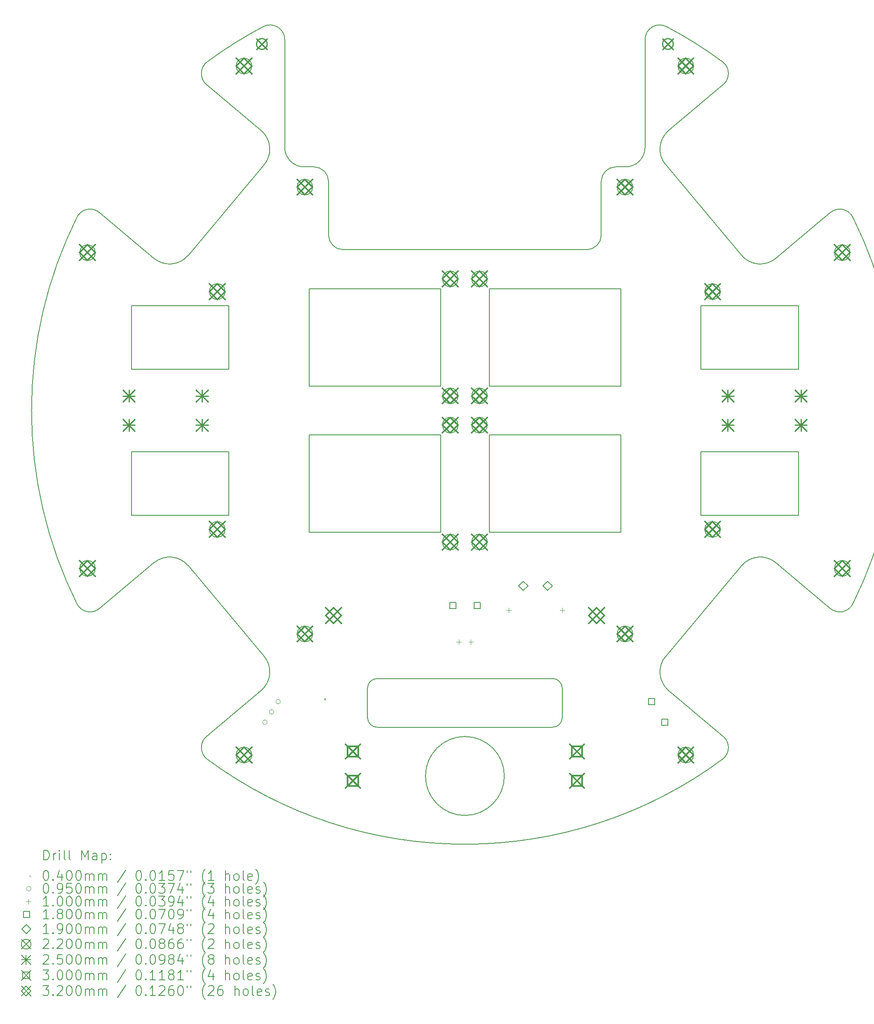
<source format=gbr>
%TF.GenerationSoftware,KiCad,Pcbnew,7.0.9*%
%TF.CreationDate,2023-12-19T12:29:03+08:00*%
%TF.ProjectId,layer2,6c617965-7232-42e6-9b69-6361645f7063,rev?*%
%TF.SameCoordinates,Original*%
%TF.FileFunction,Drillmap*%
%TF.FilePolarity,Positive*%
%FSLAX45Y45*%
G04 Gerber Fmt 4.5, Leading zero omitted, Abs format (unit mm)*
G04 Created by KiCad (PCBNEW 7.0.9) date 2023-12-19 12:29:03*
%MOMM*%
%LPD*%
G01*
G04 APERTURE LIST*
%ADD10C,0.200000*%
%ADD11C,0.100000*%
%ADD12C,0.180000*%
%ADD13C,0.190000*%
%ADD14C,0.220000*%
%ADD15C,0.250000*%
%ADD16C,0.300000*%
%ADD17C,0.320000*%
G04 APERTURE END LIST*
D10*
X2994466Y-6436770D02*
G75*
G03*
X2533081Y-6532859I-192838J-229807D01*
G01*
X2994465Y-14563230D02*
X4113937Y-13623881D01*
X15196211Y-17569851D02*
G75*
G03*
X15196211Y-17569851I-160000J0D01*
G01*
X5650000Y-12650000D02*
X3650000Y-12650000D01*
X14779363Y-2978270D02*
G75*
G03*
X14779363Y-2978270I-110000J0D01*
G01*
X15350000Y-11350000D02*
X17350000Y-11350000D01*
X7300000Y-11000000D02*
X10000000Y-11000000D01*
X10960000Y-10800000D02*
G75*
G03*
X10960000Y-10800000I-160000J0D01*
G01*
X7300000Y-10000000D02*
X7300000Y-8000000D01*
X6123789Y-3430149D02*
G75*
G03*
X6123789Y-3430149I-160000J0D01*
G01*
X2533084Y-14467139D02*
G75*
G03*
X2994465Y-14563230I268546J133719D01*
G01*
X15746489Y-8059499D02*
G75*
G03*
X15746489Y-8059499I-160000J0D01*
G01*
X15790311Y-3343004D02*
G75*
G03*
X14639536Y-2621279I-5290361J-7157066D01*
G01*
X8500000Y-16800000D02*
G75*
G03*
X8700000Y-17000000I200000J0D01*
G01*
X2909851Y-13739629D02*
G75*
G03*
X2909851Y-13739629I-160000J0D01*
G01*
X17350000Y-8350000D02*
X17350000Y-9650000D01*
X18410149Y-7260371D02*
G75*
G03*
X18410149Y-7260371I-160000J0D01*
G01*
X6799997Y-2886853D02*
G75*
G03*
X6360465Y-2621279I-299997J4D01*
G01*
X6800000Y-5100000D02*
G75*
G03*
X7200000Y-5500000I400000J0D01*
G01*
X5573511Y-12940501D02*
G75*
G03*
X5573511Y-12940501I-160000J0D01*
G01*
X7700000Y-6900000D02*
G75*
G03*
X8000000Y-7200000I300000J0D01*
G01*
X13000000Y-7200000D02*
G75*
G03*
X13300000Y-6900000I0J300000D01*
G01*
X16886064Y-13623880D02*
G75*
G03*
X16181647Y-13685510I-321394J-383020D01*
G01*
X13000000Y-7200000D02*
X8000000Y-7200000D01*
X6376278Y-5457829D02*
G75*
G03*
X6314649Y-4753412I-383023J321394D01*
G01*
X15350000Y-12650000D02*
X15350000Y-11350000D01*
X5195177Y-17185937D02*
G75*
G03*
X5209688Y-17656997I192833J-229813D01*
G01*
X10960000Y-7800000D02*
G75*
G03*
X10960000Y-7800000I-160000J0D01*
G01*
X7373317Y-15085425D02*
G75*
G03*
X7373317Y-15085425I-160000J0D01*
G01*
X15350000Y-9650000D02*
X15350000Y-8350000D01*
X17350000Y-9650000D02*
X15350000Y-9650000D01*
X10000000Y-8000000D02*
X10000000Y-10000000D01*
X4113937Y-7376119D02*
X2994465Y-6436770D01*
X7700000Y-5800000D02*
G75*
G03*
X7400000Y-5500000I-300000J0D01*
G01*
X3650000Y-12650000D02*
X3650000Y-11350000D01*
X8500000Y-16200000D02*
X8500000Y-16800000D01*
X13700000Y-11000000D02*
X13700000Y-13000000D01*
X7300000Y-8000000D02*
X10000000Y-8000000D01*
X15196211Y-3430149D02*
G75*
G03*
X15196211Y-3430149I-160000J0D01*
G01*
X7373317Y-5914575D02*
G75*
G03*
X7373317Y-5914575I-160000J0D01*
G01*
X16181648Y-7314489D02*
G75*
G03*
X16886063Y-7376119I383022J321389D01*
G01*
X13946683Y-5914575D02*
G75*
G03*
X13946683Y-5914575I-160000J0D01*
G01*
X10360000Y-10200000D02*
G75*
G03*
X10360000Y-10200000I-160000J0D01*
G01*
X10000000Y-10000000D02*
X7300000Y-10000000D01*
X3650000Y-9650000D02*
X3650000Y-8350000D01*
X13300000Y-5800000D02*
X13300000Y-6900000D01*
X11000000Y-13000000D02*
X11000000Y-11000000D01*
X7300000Y-13000000D02*
X7300000Y-11000000D01*
X6376278Y-5457828D02*
X4818353Y-7314490D01*
X14200000Y-2886853D02*
X14200000Y-5100000D01*
X7700000Y-6900000D02*
X7700000Y-5800000D01*
X4818353Y-13685510D02*
X6376278Y-15542172D01*
X12500000Y-16800000D02*
X12500000Y-16200000D01*
X7400000Y-5500000D02*
X7200000Y-5500000D01*
X10000000Y-11000000D02*
X10000000Y-13000000D01*
X11000000Y-10000000D02*
X11000000Y-8000000D01*
X5650000Y-9650000D02*
X3650000Y-9650000D01*
X8700000Y-17000000D02*
X12300000Y-17000000D01*
X18005533Y-14563232D02*
G75*
G03*
X18466919Y-14467140I192837J229812D01*
G01*
X10360000Y-10800000D02*
G75*
G03*
X10360000Y-10800000I-160000J0D01*
G01*
X14685351Y-4753412D02*
X15804823Y-3814064D01*
X11310000Y-18000000D02*
G75*
G03*
X11310000Y-18000000I-810000J0D01*
G01*
X10360000Y-7800000D02*
G75*
G03*
X10360000Y-7800000I-160000J0D01*
G01*
X13946683Y-15085425D02*
G75*
G03*
X13946683Y-15085425I-160000J0D01*
G01*
X15746489Y-12940501D02*
G75*
G03*
X15746489Y-12940501I-160000J0D01*
G01*
X18005535Y-6436770D02*
X16886063Y-7376119D01*
X10960000Y-13200000D02*
G75*
G03*
X10960000Y-13200000I-160000J0D01*
G01*
X13800000Y-5500000D02*
G75*
G03*
X14200000Y-5100000I0J400000D01*
G01*
X12300000Y-16000000D02*
X8700000Y-16000000D01*
X14623722Y-15542172D02*
X16181647Y-13685510D01*
X13700000Y-8000000D02*
X13700000Y-10000000D01*
X4113938Y-7376118D02*
G75*
G03*
X4818353Y-7314490I321394J383015D01*
G01*
X17350000Y-12650000D02*
X15350000Y-12650000D01*
X18466919Y-14467140D02*
G75*
G03*
X18466919Y-6532859I-7966919J3967140D01*
G01*
X2533081Y-6532859D02*
G75*
G03*
X2533081Y-14467140I7966919J-3967141D01*
G01*
X11000000Y-8000000D02*
X13700000Y-8000000D01*
X13700000Y-10000000D02*
X11000000Y-10000000D01*
X13600000Y-5500000D02*
G75*
G03*
X13300000Y-5800000I0J-300000D01*
G01*
X5650000Y-8350000D02*
X5650000Y-9650000D01*
X5650000Y-11350000D02*
X5650000Y-12650000D01*
X15790312Y-17656997D02*
G75*
G03*
X15804823Y-17185936I-178322J241247D01*
G01*
X6360465Y-2621279D02*
G75*
G03*
X5209688Y-3343003I4139525J-7878711D01*
G01*
X5195177Y-3814064D02*
X6314649Y-4753412D01*
X10960000Y-10200000D02*
G75*
G03*
X10960000Y-10200000I-160000J0D01*
G01*
X15350000Y-8350000D02*
X17350000Y-8350000D01*
X13700000Y-13000000D02*
X11000000Y-13000000D01*
X5209688Y-17656997D02*
G75*
G03*
X15790312Y-17656997I5290312J7156997D01*
G01*
X14623722Y-15542171D02*
G75*
G03*
X14685351Y-16246588I383023J-321394D01*
G01*
X2909851Y-7260371D02*
G75*
G03*
X2909851Y-7260371I-160000J0D01*
G01*
X4818352Y-13685511D02*
G75*
G03*
X4113937Y-13623881I-383022J-321389D01*
G01*
X18410149Y-13739629D02*
G75*
G03*
X18410149Y-13739629I-160000J0D01*
G01*
X12300000Y-17000000D02*
G75*
G03*
X12500000Y-16800000I0J200000D01*
G01*
X6314649Y-16246588D02*
X5195177Y-17185936D01*
X14639537Y-2621277D02*
G75*
G03*
X14200000Y-2886853I-139538J-265573D01*
G01*
X6123789Y-17569851D02*
G75*
G03*
X6123789Y-17569851I-160000J0D01*
G01*
X18466916Y-6532861D02*
G75*
G03*
X18005535Y-6436770I-268546J-133719D01*
G01*
X6440637Y-2978270D02*
G75*
G03*
X6440637Y-2978270I-110000J0D01*
G01*
X13800000Y-5500000D02*
X13600000Y-5500000D01*
X16181647Y-7314490D02*
X14623722Y-5457828D01*
X15804823Y-3814063D02*
G75*
G03*
X15790312Y-3343003I-192833J229813D01*
G01*
X6314650Y-16246588D02*
G75*
G03*
X6376278Y-15542172I-321393J383022D01*
G01*
X3650000Y-8350000D02*
X5650000Y-8350000D01*
X8700000Y-16000000D02*
G75*
G03*
X8500000Y-16200000I0J-200000D01*
G01*
X5209688Y-3343003D02*
G75*
G03*
X5195177Y-3814064I178322J-241247D01*
G01*
X10000000Y-13000000D02*
X7300000Y-13000000D01*
X3650000Y-11350000D02*
X5650000Y-11350000D01*
X17350000Y-11350000D02*
X17350000Y-12650000D01*
X12500000Y-16200000D02*
G75*
G03*
X12300000Y-16000000I-200000J0D01*
G01*
X11000000Y-11000000D02*
X13700000Y-11000000D01*
X14685350Y-4753412D02*
G75*
G03*
X14623722Y-5457828I321393J-383022D01*
G01*
X10360000Y-13200000D02*
G75*
G03*
X10360000Y-13200000I-160000J0D01*
G01*
X5573511Y-8059499D02*
G75*
G03*
X5573511Y-8059499I-160000J0D01*
G01*
X6800000Y-5100000D02*
X6800000Y-2886853D01*
X16886063Y-13623881D02*
X18005535Y-14563230D01*
X15804823Y-17185936D02*
X14685351Y-16246588D01*
D11*
X7605000Y-16405000D02*
X7645000Y-16445000D01*
X7645000Y-16405000D02*
X7605000Y-16445000D01*
X6441683Y-16895488D02*
G75*
G03*
X6441683Y-16895488I-47500J0D01*
G01*
X6576739Y-16685108D02*
G75*
G03*
X6576739Y-16685108I-47500J0D01*
G01*
X6711796Y-16474728D02*
G75*
G03*
X6711796Y-16474728I-47500J0D01*
G01*
X10375000Y-15200000D02*
X10375000Y-15300000D01*
X10325000Y-15250000D02*
X10425000Y-15250000D01*
X10625000Y-15200000D02*
X10625000Y-15300000D01*
X10575000Y-15250000D02*
X10675000Y-15250000D01*
X11400000Y-14550000D02*
X11400000Y-14650000D01*
X11350000Y-14600000D02*
X11450000Y-14600000D01*
X12500000Y-14550000D02*
X12500000Y-14650000D01*
X12450000Y-14600000D02*
X12550000Y-14600000D01*
D12*
X10313640Y-14563640D02*
X10313640Y-14436360D01*
X10186360Y-14436360D01*
X10186360Y-14563640D01*
X10313640Y-14563640D01*
X10813640Y-14563640D02*
X10813640Y-14436360D01*
X10686360Y-14436360D01*
X10686360Y-14563640D01*
X10813640Y-14563640D01*
X14399344Y-16538368D02*
X14399344Y-16411088D01*
X14272064Y-16411088D01*
X14272064Y-16538368D01*
X14399344Y-16538368D01*
X14669465Y-16959124D02*
X14669465Y-16831843D01*
X14542184Y-16831843D01*
X14542184Y-16959124D01*
X14669465Y-16959124D01*
D13*
X11700000Y-14195000D02*
X11795000Y-14100000D01*
X11700000Y-14005000D01*
X11605000Y-14100000D01*
X11700000Y-14195000D01*
X12200000Y-14195000D02*
X12295000Y-14100000D01*
X12200000Y-14005000D01*
X12105000Y-14100000D01*
X12200000Y-14195000D01*
D14*
X6220637Y-2868270D02*
X6440637Y-3088270D01*
X6440637Y-2868270D02*
X6220637Y-3088270D01*
X6440637Y-2978270D02*
G75*
G03*
X6440637Y-2978270I-110000J0D01*
G01*
X14559363Y-2868270D02*
X14779363Y-3088270D01*
X14779363Y-2868270D02*
X14559363Y-3088270D01*
X14779363Y-2978270D02*
G75*
G03*
X14779363Y-2978270I-110000J0D01*
G01*
D15*
X3475000Y-10075000D02*
X3725000Y-10325000D01*
X3725000Y-10075000D02*
X3475000Y-10325000D01*
X3600000Y-10075000D02*
X3600000Y-10325000D01*
X3475000Y-10200000D02*
X3725000Y-10200000D01*
X3475000Y-10675000D02*
X3725000Y-10925000D01*
X3725000Y-10675000D02*
X3475000Y-10925000D01*
X3600000Y-10675000D02*
X3600000Y-10925000D01*
X3475000Y-10800000D02*
X3725000Y-10800000D01*
X4975000Y-10075000D02*
X5225000Y-10325000D01*
X5225000Y-10075000D02*
X4975000Y-10325000D01*
X5100000Y-10075000D02*
X5100000Y-10325000D01*
X4975000Y-10200000D02*
X5225000Y-10200000D01*
X4975000Y-10675000D02*
X5225000Y-10925000D01*
X5225000Y-10675000D02*
X4975000Y-10925000D01*
X5100000Y-10675000D02*
X5100000Y-10925000D01*
X4975000Y-10800000D02*
X5225000Y-10800000D01*
X15775000Y-10075000D02*
X16025000Y-10325000D01*
X16025000Y-10075000D02*
X15775000Y-10325000D01*
X15900000Y-10075000D02*
X15900000Y-10325000D01*
X15775000Y-10200000D02*
X16025000Y-10200000D01*
X15775000Y-10675000D02*
X16025000Y-10925000D01*
X16025000Y-10675000D02*
X15775000Y-10925000D01*
X15900000Y-10675000D02*
X15900000Y-10925000D01*
X15775000Y-10800000D02*
X16025000Y-10800000D01*
X17275000Y-10075000D02*
X17525000Y-10325000D01*
X17525000Y-10075000D02*
X17275000Y-10325000D01*
X17400000Y-10075000D02*
X17400000Y-10325000D01*
X17275000Y-10200000D02*
X17525000Y-10200000D01*
X17275000Y-10675000D02*
X17525000Y-10925000D01*
X17525000Y-10675000D02*
X17275000Y-10925000D01*
X17400000Y-10675000D02*
X17400000Y-10925000D01*
X17275000Y-10800000D02*
X17525000Y-10800000D01*
D16*
X8050000Y-17350000D02*
X8350000Y-17650000D01*
X8350000Y-17350000D02*
X8050000Y-17650000D01*
X8306067Y-17606067D02*
X8306067Y-17393933D01*
X8093933Y-17393933D01*
X8093933Y-17606067D01*
X8306067Y-17606067D01*
X8050000Y-17950000D02*
X8350000Y-18250000D01*
X8350000Y-17950000D02*
X8050000Y-18250000D01*
X8306067Y-18206067D02*
X8306067Y-17993933D01*
X8093933Y-17993933D01*
X8093933Y-18206067D01*
X8306067Y-18206067D01*
X12650000Y-17350000D02*
X12950000Y-17650000D01*
X12950000Y-17350000D02*
X12650000Y-17650000D01*
X12906067Y-17606067D02*
X12906067Y-17393933D01*
X12693933Y-17393933D01*
X12693933Y-17606067D01*
X12906067Y-17606067D01*
X12650000Y-17950000D02*
X12950000Y-18250000D01*
X12950000Y-17950000D02*
X12650000Y-18250000D01*
X12906067Y-18206067D02*
X12906067Y-17993933D01*
X12693933Y-17993933D01*
X12693933Y-18206067D01*
X12906067Y-18206067D01*
D17*
X2589850Y-7100370D02*
X2909850Y-7420370D01*
X2909850Y-7100370D02*
X2589850Y-7420370D01*
X2749850Y-7420370D02*
X2909850Y-7260370D01*
X2749850Y-7100370D01*
X2589850Y-7260370D01*
X2749850Y-7420370D01*
X2589850Y-13579600D02*
X2909850Y-13899600D01*
X2909850Y-13579600D02*
X2589850Y-13899600D01*
X2749850Y-13899600D02*
X2909850Y-13739600D01*
X2749850Y-13579600D01*
X2589850Y-13739600D01*
X2749850Y-13899600D01*
X5253510Y-7899500D02*
X5573510Y-8219500D01*
X5573510Y-7899500D02*
X5253510Y-8219500D01*
X5413510Y-8219500D02*
X5573510Y-8059500D01*
X5413510Y-7899500D01*
X5253510Y-8059500D01*
X5413510Y-8219500D01*
X5253510Y-12780500D02*
X5573510Y-13100500D01*
X5573510Y-12780500D02*
X5253510Y-13100500D01*
X5413510Y-13100500D02*
X5573510Y-12940500D01*
X5413510Y-12780500D01*
X5253510Y-12940500D01*
X5413510Y-13100500D01*
X5803789Y-3270149D02*
X6123789Y-3590149D01*
X6123789Y-3270149D02*
X5803789Y-3590149D01*
X5963789Y-3590149D02*
X6123789Y-3430149D01*
X5963789Y-3270149D01*
X5803789Y-3430149D01*
X5963789Y-3590149D01*
X5803790Y-17409900D02*
X6123790Y-17729900D01*
X6123790Y-17409900D02*
X5803790Y-17729900D01*
X5963790Y-17729900D02*
X6123790Y-17569900D01*
X5963790Y-17409900D01*
X5803790Y-17569900D01*
X5963790Y-17729900D01*
X7053320Y-5754570D02*
X7373320Y-6074570D01*
X7373320Y-5754570D02*
X7053320Y-6074570D01*
X7213320Y-6074570D02*
X7373320Y-5914570D01*
X7213320Y-5754570D01*
X7053320Y-5914570D01*
X7213320Y-6074570D01*
X7053320Y-14925400D02*
X7373320Y-15245400D01*
X7373320Y-14925400D02*
X7053320Y-15245400D01*
X7213320Y-15245400D02*
X7373320Y-15085400D01*
X7213320Y-14925400D01*
X7053320Y-15085400D01*
X7213320Y-15245400D01*
X7638798Y-14547554D02*
X7958798Y-14867554D01*
X7958798Y-14547554D02*
X7638798Y-14867554D01*
X7798798Y-14867554D02*
X7958798Y-14707554D01*
X7798798Y-14547554D01*
X7638798Y-14707554D01*
X7798798Y-14867554D01*
X10040000Y-7640000D02*
X10360000Y-7960000D01*
X10360000Y-7640000D02*
X10040000Y-7960000D01*
X10200000Y-7960000D02*
X10360000Y-7800000D01*
X10200000Y-7640000D01*
X10040000Y-7800000D01*
X10200000Y-7960000D01*
X10040000Y-10040000D02*
X10360000Y-10360000D01*
X10360000Y-10040000D02*
X10040000Y-10360000D01*
X10200000Y-10360000D02*
X10360000Y-10200000D01*
X10200000Y-10040000D01*
X10040000Y-10200000D01*
X10200000Y-10360000D01*
X10040000Y-10640000D02*
X10360000Y-10960000D01*
X10360000Y-10640000D02*
X10040000Y-10960000D01*
X10200000Y-10960000D02*
X10360000Y-10800000D01*
X10200000Y-10640000D01*
X10040000Y-10800000D01*
X10200000Y-10960000D01*
X10040000Y-13040000D02*
X10360000Y-13360000D01*
X10360000Y-13040000D02*
X10040000Y-13360000D01*
X10200000Y-13360000D02*
X10360000Y-13200000D01*
X10200000Y-13040000D01*
X10040000Y-13200000D01*
X10200000Y-13360000D01*
X10640000Y-7640000D02*
X10960000Y-7960000D01*
X10960000Y-7640000D02*
X10640000Y-7960000D01*
X10800000Y-7960000D02*
X10960000Y-7800000D01*
X10800000Y-7640000D01*
X10640000Y-7800000D01*
X10800000Y-7960000D01*
X10640000Y-10040000D02*
X10960000Y-10360000D01*
X10960000Y-10040000D02*
X10640000Y-10360000D01*
X10800000Y-10360000D02*
X10960000Y-10200000D01*
X10800000Y-10040000D01*
X10640000Y-10200000D01*
X10800000Y-10360000D01*
X10640000Y-10640000D02*
X10960000Y-10960000D01*
X10960000Y-10640000D02*
X10640000Y-10960000D01*
X10800000Y-10960000D02*
X10960000Y-10800000D01*
X10800000Y-10640000D01*
X10640000Y-10800000D01*
X10800000Y-10960000D01*
X10640000Y-13040000D02*
X10960000Y-13360000D01*
X10960000Y-13040000D02*
X10640000Y-13360000D01*
X10800000Y-13360000D02*
X10960000Y-13200000D01*
X10800000Y-13040000D01*
X10640000Y-13200000D01*
X10800000Y-13360000D01*
X13041202Y-14547554D02*
X13361202Y-14867554D01*
X13361202Y-14547554D02*
X13041202Y-14867554D01*
X13201202Y-14867554D02*
X13361202Y-14707554D01*
X13201202Y-14547554D01*
X13041202Y-14707554D01*
X13201202Y-14867554D01*
X13626700Y-5754570D02*
X13946700Y-6074570D01*
X13946700Y-5754570D02*
X13626700Y-6074570D01*
X13786700Y-6074570D02*
X13946700Y-5914570D01*
X13786700Y-5754570D01*
X13626700Y-5914570D01*
X13786700Y-6074570D01*
X13626700Y-14925400D02*
X13946700Y-15245400D01*
X13946700Y-14925400D02*
X13626700Y-15245400D01*
X13786700Y-15245400D02*
X13946700Y-15085400D01*
X13786700Y-14925400D01*
X13626700Y-15085400D01*
X13786700Y-15245400D01*
X14876200Y-17409900D02*
X15196200Y-17729900D01*
X15196200Y-17409900D02*
X14876200Y-17729900D01*
X15036200Y-17729900D02*
X15196200Y-17569900D01*
X15036200Y-17409900D01*
X14876200Y-17569900D01*
X15036200Y-17729900D01*
X14876211Y-3270149D02*
X15196211Y-3590149D01*
X15196211Y-3270149D02*
X14876211Y-3590149D01*
X15036211Y-3590149D02*
X15196211Y-3430149D01*
X15036211Y-3270149D01*
X14876211Y-3430149D01*
X15036211Y-3590149D01*
X15426500Y-7899500D02*
X15746500Y-8219500D01*
X15746500Y-7899500D02*
X15426500Y-8219500D01*
X15586500Y-8219500D02*
X15746500Y-8059500D01*
X15586500Y-7899500D01*
X15426500Y-8059500D01*
X15586500Y-8219500D01*
X15426500Y-12780500D02*
X15746500Y-13100500D01*
X15746500Y-12780500D02*
X15426500Y-13100500D01*
X15586500Y-13100500D02*
X15746500Y-12940500D01*
X15586500Y-12780500D01*
X15426500Y-12940500D01*
X15586500Y-13100500D01*
X18090100Y-7100370D02*
X18410100Y-7420370D01*
X18410100Y-7100370D02*
X18090100Y-7420370D01*
X18250100Y-7420370D02*
X18410100Y-7260370D01*
X18250100Y-7100370D01*
X18090100Y-7260370D01*
X18250100Y-7420370D01*
X18090100Y-13579600D02*
X18410100Y-13899600D01*
X18410100Y-13579600D02*
X18090100Y-13899600D01*
X18250100Y-13899600D02*
X18410100Y-13739600D01*
X18250100Y-13579600D01*
X18090100Y-13739600D01*
X18250100Y-13899600D01*
D10*
X1850777Y-19721484D02*
X1850777Y-19521484D01*
X1850777Y-19521484D02*
X1898396Y-19521484D01*
X1898396Y-19521484D02*
X1926967Y-19531008D01*
X1926967Y-19531008D02*
X1946015Y-19550055D01*
X1946015Y-19550055D02*
X1955539Y-19569103D01*
X1955539Y-19569103D02*
X1965062Y-19607198D01*
X1965062Y-19607198D02*
X1965062Y-19635770D01*
X1965062Y-19635770D02*
X1955539Y-19673865D01*
X1955539Y-19673865D02*
X1946015Y-19692912D01*
X1946015Y-19692912D02*
X1926967Y-19711960D01*
X1926967Y-19711960D02*
X1898396Y-19721484D01*
X1898396Y-19721484D02*
X1850777Y-19721484D01*
X2050777Y-19721484D02*
X2050777Y-19588150D01*
X2050777Y-19626246D02*
X2060301Y-19607198D01*
X2060301Y-19607198D02*
X2069824Y-19597674D01*
X2069824Y-19597674D02*
X2088872Y-19588150D01*
X2088872Y-19588150D02*
X2107920Y-19588150D01*
X2174586Y-19721484D02*
X2174586Y-19588150D01*
X2174586Y-19521484D02*
X2165063Y-19531008D01*
X2165063Y-19531008D02*
X2174586Y-19540531D01*
X2174586Y-19540531D02*
X2184110Y-19531008D01*
X2184110Y-19531008D02*
X2174586Y-19521484D01*
X2174586Y-19521484D02*
X2174586Y-19540531D01*
X2298396Y-19721484D02*
X2279348Y-19711960D01*
X2279348Y-19711960D02*
X2269824Y-19692912D01*
X2269824Y-19692912D02*
X2269824Y-19521484D01*
X2403158Y-19721484D02*
X2384110Y-19711960D01*
X2384110Y-19711960D02*
X2374586Y-19692912D01*
X2374586Y-19692912D02*
X2374586Y-19521484D01*
X2631729Y-19721484D02*
X2631729Y-19521484D01*
X2631729Y-19521484D02*
X2698396Y-19664341D01*
X2698396Y-19664341D02*
X2765063Y-19521484D01*
X2765063Y-19521484D02*
X2765063Y-19721484D01*
X2946015Y-19721484D02*
X2946015Y-19616722D01*
X2946015Y-19616722D02*
X2936491Y-19597674D01*
X2936491Y-19597674D02*
X2917443Y-19588150D01*
X2917443Y-19588150D02*
X2879348Y-19588150D01*
X2879348Y-19588150D02*
X2860301Y-19597674D01*
X2946015Y-19711960D02*
X2926967Y-19721484D01*
X2926967Y-19721484D02*
X2879348Y-19721484D01*
X2879348Y-19721484D02*
X2860301Y-19711960D01*
X2860301Y-19711960D02*
X2850777Y-19692912D01*
X2850777Y-19692912D02*
X2850777Y-19673865D01*
X2850777Y-19673865D02*
X2860301Y-19654817D01*
X2860301Y-19654817D02*
X2879348Y-19645293D01*
X2879348Y-19645293D02*
X2926967Y-19645293D01*
X2926967Y-19645293D02*
X2946015Y-19635770D01*
X3041253Y-19588150D02*
X3041253Y-19788150D01*
X3041253Y-19597674D02*
X3060301Y-19588150D01*
X3060301Y-19588150D02*
X3098396Y-19588150D01*
X3098396Y-19588150D02*
X3117443Y-19597674D01*
X3117443Y-19597674D02*
X3126967Y-19607198D01*
X3126967Y-19607198D02*
X3136491Y-19626246D01*
X3136491Y-19626246D02*
X3136491Y-19683389D01*
X3136491Y-19683389D02*
X3126967Y-19702436D01*
X3126967Y-19702436D02*
X3117443Y-19711960D01*
X3117443Y-19711960D02*
X3098396Y-19721484D01*
X3098396Y-19721484D02*
X3060301Y-19721484D01*
X3060301Y-19721484D02*
X3041253Y-19711960D01*
X3222205Y-19702436D02*
X3231729Y-19711960D01*
X3231729Y-19711960D02*
X3222205Y-19721484D01*
X3222205Y-19721484D02*
X3212682Y-19711960D01*
X3212682Y-19711960D02*
X3222205Y-19702436D01*
X3222205Y-19702436D02*
X3222205Y-19721484D01*
X3222205Y-19597674D02*
X3231729Y-19607198D01*
X3231729Y-19607198D02*
X3222205Y-19616722D01*
X3222205Y-19616722D02*
X3212682Y-19607198D01*
X3212682Y-19607198D02*
X3222205Y-19597674D01*
X3222205Y-19597674D02*
X3222205Y-19616722D01*
D11*
X1550000Y-20030000D02*
X1590000Y-20070000D01*
X1590000Y-20030000D02*
X1550000Y-20070000D01*
D10*
X1888872Y-19941484D02*
X1907920Y-19941484D01*
X1907920Y-19941484D02*
X1926967Y-19951008D01*
X1926967Y-19951008D02*
X1936491Y-19960531D01*
X1936491Y-19960531D02*
X1946015Y-19979579D01*
X1946015Y-19979579D02*
X1955539Y-20017674D01*
X1955539Y-20017674D02*
X1955539Y-20065293D01*
X1955539Y-20065293D02*
X1946015Y-20103389D01*
X1946015Y-20103389D02*
X1936491Y-20122436D01*
X1936491Y-20122436D02*
X1926967Y-20131960D01*
X1926967Y-20131960D02*
X1907920Y-20141484D01*
X1907920Y-20141484D02*
X1888872Y-20141484D01*
X1888872Y-20141484D02*
X1869824Y-20131960D01*
X1869824Y-20131960D02*
X1860301Y-20122436D01*
X1860301Y-20122436D02*
X1850777Y-20103389D01*
X1850777Y-20103389D02*
X1841253Y-20065293D01*
X1841253Y-20065293D02*
X1841253Y-20017674D01*
X1841253Y-20017674D02*
X1850777Y-19979579D01*
X1850777Y-19979579D02*
X1860301Y-19960531D01*
X1860301Y-19960531D02*
X1869824Y-19951008D01*
X1869824Y-19951008D02*
X1888872Y-19941484D01*
X2041253Y-20122436D02*
X2050777Y-20131960D01*
X2050777Y-20131960D02*
X2041253Y-20141484D01*
X2041253Y-20141484D02*
X2031729Y-20131960D01*
X2031729Y-20131960D02*
X2041253Y-20122436D01*
X2041253Y-20122436D02*
X2041253Y-20141484D01*
X2222205Y-20008150D02*
X2222205Y-20141484D01*
X2174586Y-19931960D02*
X2126967Y-20074817D01*
X2126967Y-20074817D02*
X2250777Y-20074817D01*
X2365063Y-19941484D02*
X2384110Y-19941484D01*
X2384110Y-19941484D02*
X2403158Y-19951008D01*
X2403158Y-19951008D02*
X2412682Y-19960531D01*
X2412682Y-19960531D02*
X2422205Y-19979579D01*
X2422205Y-19979579D02*
X2431729Y-20017674D01*
X2431729Y-20017674D02*
X2431729Y-20065293D01*
X2431729Y-20065293D02*
X2422205Y-20103389D01*
X2422205Y-20103389D02*
X2412682Y-20122436D01*
X2412682Y-20122436D02*
X2403158Y-20131960D01*
X2403158Y-20131960D02*
X2384110Y-20141484D01*
X2384110Y-20141484D02*
X2365063Y-20141484D01*
X2365063Y-20141484D02*
X2346015Y-20131960D01*
X2346015Y-20131960D02*
X2336491Y-20122436D01*
X2336491Y-20122436D02*
X2326967Y-20103389D01*
X2326967Y-20103389D02*
X2317444Y-20065293D01*
X2317444Y-20065293D02*
X2317444Y-20017674D01*
X2317444Y-20017674D02*
X2326967Y-19979579D01*
X2326967Y-19979579D02*
X2336491Y-19960531D01*
X2336491Y-19960531D02*
X2346015Y-19951008D01*
X2346015Y-19951008D02*
X2365063Y-19941484D01*
X2555539Y-19941484D02*
X2574586Y-19941484D01*
X2574586Y-19941484D02*
X2593634Y-19951008D01*
X2593634Y-19951008D02*
X2603158Y-19960531D01*
X2603158Y-19960531D02*
X2612682Y-19979579D01*
X2612682Y-19979579D02*
X2622205Y-20017674D01*
X2622205Y-20017674D02*
X2622205Y-20065293D01*
X2622205Y-20065293D02*
X2612682Y-20103389D01*
X2612682Y-20103389D02*
X2603158Y-20122436D01*
X2603158Y-20122436D02*
X2593634Y-20131960D01*
X2593634Y-20131960D02*
X2574586Y-20141484D01*
X2574586Y-20141484D02*
X2555539Y-20141484D01*
X2555539Y-20141484D02*
X2536491Y-20131960D01*
X2536491Y-20131960D02*
X2526967Y-20122436D01*
X2526967Y-20122436D02*
X2517444Y-20103389D01*
X2517444Y-20103389D02*
X2507920Y-20065293D01*
X2507920Y-20065293D02*
X2507920Y-20017674D01*
X2507920Y-20017674D02*
X2517444Y-19979579D01*
X2517444Y-19979579D02*
X2526967Y-19960531D01*
X2526967Y-19960531D02*
X2536491Y-19951008D01*
X2536491Y-19951008D02*
X2555539Y-19941484D01*
X2707920Y-20141484D02*
X2707920Y-20008150D01*
X2707920Y-20027198D02*
X2717444Y-20017674D01*
X2717444Y-20017674D02*
X2736491Y-20008150D01*
X2736491Y-20008150D02*
X2765063Y-20008150D01*
X2765063Y-20008150D02*
X2784110Y-20017674D01*
X2784110Y-20017674D02*
X2793634Y-20036722D01*
X2793634Y-20036722D02*
X2793634Y-20141484D01*
X2793634Y-20036722D02*
X2803158Y-20017674D01*
X2803158Y-20017674D02*
X2822205Y-20008150D01*
X2822205Y-20008150D02*
X2850777Y-20008150D01*
X2850777Y-20008150D02*
X2869824Y-20017674D01*
X2869824Y-20017674D02*
X2879348Y-20036722D01*
X2879348Y-20036722D02*
X2879348Y-20141484D01*
X2974586Y-20141484D02*
X2974586Y-20008150D01*
X2974586Y-20027198D02*
X2984110Y-20017674D01*
X2984110Y-20017674D02*
X3003158Y-20008150D01*
X3003158Y-20008150D02*
X3031729Y-20008150D01*
X3031729Y-20008150D02*
X3050777Y-20017674D01*
X3050777Y-20017674D02*
X3060301Y-20036722D01*
X3060301Y-20036722D02*
X3060301Y-20141484D01*
X3060301Y-20036722D02*
X3069824Y-20017674D01*
X3069824Y-20017674D02*
X3088872Y-20008150D01*
X3088872Y-20008150D02*
X3117443Y-20008150D01*
X3117443Y-20008150D02*
X3136491Y-20017674D01*
X3136491Y-20017674D02*
X3146015Y-20036722D01*
X3146015Y-20036722D02*
X3146015Y-20141484D01*
X3536491Y-19931960D02*
X3365063Y-20189103D01*
X3793634Y-19941484D02*
X3812682Y-19941484D01*
X3812682Y-19941484D02*
X3831729Y-19951008D01*
X3831729Y-19951008D02*
X3841253Y-19960531D01*
X3841253Y-19960531D02*
X3850777Y-19979579D01*
X3850777Y-19979579D02*
X3860301Y-20017674D01*
X3860301Y-20017674D02*
X3860301Y-20065293D01*
X3860301Y-20065293D02*
X3850777Y-20103389D01*
X3850777Y-20103389D02*
X3841253Y-20122436D01*
X3841253Y-20122436D02*
X3831729Y-20131960D01*
X3831729Y-20131960D02*
X3812682Y-20141484D01*
X3812682Y-20141484D02*
X3793634Y-20141484D01*
X3793634Y-20141484D02*
X3774586Y-20131960D01*
X3774586Y-20131960D02*
X3765063Y-20122436D01*
X3765063Y-20122436D02*
X3755539Y-20103389D01*
X3755539Y-20103389D02*
X3746015Y-20065293D01*
X3746015Y-20065293D02*
X3746015Y-20017674D01*
X3746015Y-20017674D02*
X3755539Y-19979579D01*
X3755539Y-19979579D02*
X3765063Y-19960531D01*
X3765063Y-19960531D02*
X3774586Y-19951008D01*
X3774586Y-19951008D02*
X3793634Y-19941484D01*
X3946015Y-20122436D02*
X3955539Y-20131960D01*
X3955539Y-20131960D02*
X3946015Y-20141484D01*
X3946015Y-20141484D02*
X3936491Y-20131960D01*
X3936491Y-20131960D02*
X3946015Y-20122436D01*
X3946015Y-20122436D02*
X3946015Y-20141484D01*
X4079348Y-19941484D02*
X4098396Y-19941484D01*
X4098396Y-19941484D02*
X4117444Y-19951008D01*
X4117444Y-19951008D02*
X4126967Y-19960531D01*
X4126967Y-19960531D02*
X4136491Y-19979579D01*
X4136491Y-19979579D02*
X4146015Y-20017674D01*
X4146015Y-20017674D02*
X4146015Y-20065293D01*
X4146015Y-20065293D02*
X4136491Y-20103389D01*
X4136491Y-20103389D02*
X4126967Y-20122436D01*
X4126967Y-20122436D02*
X4117444Y-20131960D01*
X4117444Y-20131960D02*
X4098396Y-20141484D01*
X4098396Y-20141484D02*
X4079348Y-20141484D01*
X4079348Y-20141484D02*
X4060301Y-20131960D01*
X4060301Y-20131960D02*
X4050777Y-20122436D01*
X4050777Y-20122436D02*
X4041253Y-20103389D01*
X4041253Y-20103389D02*
X4031729Y-20065293D01*
X4031729Y-20065293D02*
X4031729Y-20017674D01*
X4031729Y-20017674D02*
X4041253Y-19979579D01*
X4041253Y-19979579D02*
X4050777Y-19960531D01*
X4050777Y-19960531D02*
X4060301Y-19951008D01*
X4060301Y-19951008D02*
X4079348Y-19941484D01*
X4336491Y-20141484D02*
X4222206Y-20141484D01*
X4279348Y-20141484D02*
X4279348Y-19941484D01*
X4279348Y-19941484D02*
X4260301Y-19970055D01*
X4260301Y-19970055D02*
X4241253Y-19989103D01*
X4241253Y-19989103D02*
X4222206Y-19998627D01*
X4517444Y-19941484D02*
X4422206Y-19941484D01*
X4422206Y-19941484D02*
X4412682Y-20036722D01*
X4412682Y-20036722D02*
X4422206Y-20027198D01*
X4422206Y-20027198D02*
X4441253Y-20017674D01*
X4441253Y-20017674D02*
X4488872Y-20017674D01*
X4488872Y-20017674D02*
X4507920Y-20027198D01*
X4507920Y-20027198D02*
X4517444Y-20036722D01*
X4517444Y-20036722D02*
X4526968Y-20055770D01*
X4526968Y-20055770D02*
X4526968Y-20103389D01*
X4526968Y-20103389D02*
X4517444Y-20122436D01*
X4517444Y-20122436D02*
X4507920Y-20131960D01*
X4507920Y-20131960D02*
X4488872Y-20141484D01*
X4488872Y-20141484D02*
X4441253Y-20141484D01*
X4441253Y-20141484D02*
X4422206Y-20131960D01*
X4422206Y-20131960D02*
X4412682Y-20122436D01*
X4593634Y-19941484D02*
X4726968Y-19941484D01*
X4726968Y-19941484D02*
X4641253Y-20141484D01*
X4793634Y-19941484D02*
X4793634Y-19979579D01*
X4869825Y-19941484D02*
X4869825Y-19979579D01*
X5165063Y-20217674D02*
X5155539Y-20208150D01*
X5155539Y-20208150D02*
X5136491Y-20179579D01*
X5136491Y-20179579D02*
X5126968Y-20160531D01*
X5126968Y-20160531D02*
X5117444Y-20131960D01*
X5117444Y-20131960D02*
X5107920Y-20084341D01*
X5107920Y-20084341D02*
X5107920Y-20046246D01*
X5107920Y-20046246D02*
X5117444Y-19998627D01*
X5117444Y-19998627D02*
X5126968Y-19970055D01*
X5126968Y-19970055D02*
X5136491Y-19951008D01*
X5136491Y-19951008D02*
X5155539Y-19922436D01*
X5155539Y-19922436D02*
X5165063Y-19912912D01*
X5346015Y-20141484D02*
X5231730Y-20141484D01*
X5288872Y-20141484D02*
X5288872Y-19941484D01*
X5288872Y-19941484D02*
X5269825Y-19970055D01*
X5269825Y-19970055D02*
X5250777Y-19989103D01*
X5250777Y-19989103D02*
X5231730Y-19998627D01*
X5584111Y-20141484D02*
X5584111Y-19941484D01*
X5669825Y-20141484D02*
X5669825Y-20036722D01*
X5669825Y-20036722D02*
X5660301Y-20017674D01*
X5660301Y-20017674D02*
X5641253Y-20008150D01*
X5641253Y-20008150D02*
X5612682Y-20008150D01*
X5612682Y-20008150D02*
X5593634Y-20017674D01*
X5593634Y-20017674D02*
X5584111Y-20027198D01*
X5793634Y-20141484D02*
X5774587Y-20131960D01*
X5774587Y-20131960D02*
X5765063Y-20122436D01*
X5765063Y-20122436D02*
X5755539Y-20103389D01*
X5755539Y-20103389D02*
X5755539Y-20046246D01*
X5755539Y-20046246D02*
X5765063Y-20027198D01*
X5765063Y-20027198D02*
X5774587Y-20017674D01*
X5774587Y-20017674D02*
X5793634Y-20008150D01*
X5793634Y-20008150D02*
X5822206Y-20008150D01*
X5822206Y-20008150D02*
X5841253Y-20017674D01*
X5841253Y-20017674D02*
X5850777Y-20027198D01*
X5850777Y-20027198D02*
X5860301Y-20046246D01*
X5860301Y-20046246D02*
X5860301Y-20103389D01*
X5860301Y-20103389D02*
X5850777Y-20122436D01*
X5850777Y-20122436D02*
X5841253Y-20131960D01*
X5841253Y-20131960D02*
X5822206Y-20141484D01*
X5822206Y-20141484D02*
X5793634Y-20141484D01*
X5974587Y-20141484D02*
X5955539Y-20131960D01*
X5955539Y-20131960D02*
X5946015Y-20112912D01*
X5946015Y-20112912D02*
X5946015Y-19941484D01*
X6126968Y-20131960D02*
X6107920Y-20141484D01*
X6107920Y-20141484D02*
X6069825Y-20141484D01*
X6069825Y-20141484D02*
X6050777Y-20131960D01*
X6050777Y-20131960D02*
X6041253Y-20112912D01*
X6041253Y-20112912D02*
X6041253Y-20036722D01*
X6041253Y-20036722D02*
X6050777Y-20017674D01*
X6050777Y-20017674D02*
X6069825Y-20008150D01*
X6069825Y-20008150D02*
X6107920Y-20008150D01*
X6107920Y-20008150D02*
X6126968Y-20017674D01*
X6126968Y-20017674D02*
X6136491Y-20036722D01*
X6136491Y-20036722D02*
X6136491Y-20055770D01*
X6136491Y-20055770D02*
X6041253Y-20074817D01*
X6203158Y-20217674D02*
X6212682Y-20208150D01*
X6212682Y-20208150D02*
X6231730Y-20179579D01*
X6231730Y-20179579D02*
X6241253Y-20160531D01*
X6241253Y-20160531D02*
X6250777Y-20131960D01*
X6250777Y-20131960D02*
X6260301Y-20084341D01*
X6260301Y-20084341D02*
X6260301Y-20046246D01*
X6260301Y-20046246D02*
X6250777Y-19998627D01*
X6250777Y-19998627D02*
X6241253Y-19970055D01*
X6241253Y-19970055D02*
X6231730Y-19951008D01*
X6231730Y-19951008D02*
X6212682Y-19922436D01*
X6212682Y-19922436D02*
X6203158Y-19912912D01*
D11*
X1590000Y-20314000D02*
G75*
G03*
X1590000Y-20314000I-47500J0D01*
G01*
D10*
X1888872Y-20205484D02*
X1907920Y-20205484D01*
X1907920Y-20205484D02*
X1926967Y-20215008D01*
X1926967Y-20215008D02*
X1936491Y-20224531D01*
X1936491Y-20224531D02*
X1946015Y-20243579D01*
X1946015Y-20243579D02*
X1955539Y-20281674D01*
X1955539Y-20281674D02*
X1955539Y-20329293D01*
X1955539Y-20329293D02*
X1946015Y-20367389D01*
X1946015Y-20367389D02*
X1936491Y-20386436D01*
X1936491Y-20386436D02*
X1926967Y-20395960D01*
X1926967Y-20395960D02*
X1907920Y-20405484D01*
X1907920Y-20405484D02*
X1888872Y-20405484D01*
X1888872Y-20405484D02*
X1869824Y-20395960D01*
X1869824Y-20395960D02*
X1860301Y-20386436D01*
X1860301Y-20386436D02*
X1850777Y-20367389D01*
X1850777Y-20367389D02*
X1841253Y-20329293D01*
X1841253Y-20329293D02*
X1841253Y-20281674D01*
X1841253Y-20281674D02*
X1850777Y-20243579D01*
X1850777Y-20243579D02*
X1860301Y-20224531D01*
X1860301Y-20224531D02*
X1869824Y-20215008D01*
X1869824Y-20215008D02*
X1888872Y-20205484D01*
X2041253Y-20386436D02*
X2050777Y-20395960D01*
X2050777Y-20395960D02*
X2041253Y-20405484D01*
X2041253Y-20405484D02*
X2031729Y-20395960D01*
X2031729Y-20395960D02*
X2041253Y-20386436D01*
X2041253Y-20386436D02*
X2041253Y-20405484D01*
X2146015Y-20405484D02*
X2184110Y-20405484D01*
X2184110Y-20405484D02*
X2203158Y-20395960D01*
X2203158Y-20395960D02*
X2212682Y-20386436D01*
X2212682Y-20386436D02*
X2231729Y-20357865D01*
X2231729Y-20357865D02*
X2241253Y-20319770D01*
X2241253Y-20319770D02*
X2241253Y-20243579D01*
X2241253Y-20243579D02*
X2231729Y-20224531D01*
X2231729Y-20224531D02*
X2222205Y-20215008D01*
X2222205Y-20215008D02*
X2203158Y-20205484D01*
X2203158Y-20205484D02*
X2165063Y-20205484D01*
X2165063Y-20205484D02*
X2146015Y-20215008D01*
X2146015Y-20215008D02*
X2136491Y-20224531D01*
X2136491Y-20224531D02*
X2126967Y-20243579D01*
X2126967Y-20243579D02*
X2126967Y-20291198D01*
X2126967Y-20291198D02*
X2136491Y-20310246D01*
X2136491Y-20310246D02*
X2146015Y-20319770D01*
X2146015Y-20319770D02*
X2165063Y-20329293D01*
X2165063Y-20329293D02*
X2203158Y-20329293D01*
X2203158Y-20329293D02*
X2222205Y-20319770D01*
X2222205Y-20319770D02*
X2231729Y-20310246D01*
X2231729Y-20310246D02*
X2241253Y-20291198D01*
X2422205Y-20205484D02*
X2326967Y-20205484D01*
X2326967Y-20205484D02*
X2317444Y-20300722D01*
X2317444Y-20300722D02*
X2326967Y-20291198D01*
X2326967Y-20291198D02*
X2346015Y-20281674D01*
X2346015Y-20281674D02*
X2393634Y-20281674D01*
X2393634Y-20281674D02*
X2412682Y-20291198D01*
X2412682Y-20291198D02*
X2422205Y-20300722D01*
X2422205Y-20300722D02*
X2431729Y-20319770D01*
X2431729Y-20319770D02*
X2431729Y-20367389D01*
X2431729Y-20367389D02*
X2422205Y-20386436D01*
X2422205Y-20386436D02*
X2412682Y-20395960D01*
X2412682Y-20395960D02*
X2393634Y-20405484D01*
X2393634Y-20405484D02*
X2346015Y-20405484D01*
X2346015Y-20405484D02*
X2326967Y-20395960D01*
X2326967Y-20395960D02*
X2317444Y-20386436D01*
X2555539Y-20205484D02*
X2574586Y-20205484D01*
X2574586Y-20205484D02*
X2593634Y-20215008D01*
X2593634Y-20215008D02*
X2603158Y-20224531D01*
X2603158Y-20224531D02*
X2612682Y-20243579D01*
X2612682Y-20243579D02*
X2622205Y-20281674D01*
X2622205Y-20281674D02*
X2622205Y-20329293D01*
X2622205Y-20329293D02*
X2612682Y-20367389D01*
X2612682Y-20367389D02*
X2603158Y-20386436D01*
X2603158Y-20386436D02*
X2593634Y-20395960D01*
X2593634Y-20395960D02*
X2574586Y-20405484D01*
X2574586Y-20405484D02*
X2555539Y-20405484D01*
X2555539Y-20405484D02*
X2536491Y-20395960D01*
X2536491Y-20395960D02*
X2526967Y-20386436D01*
X2526967Y-20386436D02*
X2517444Y-20367389D01*
X2517444Y-20367389D02*
X2507920Y-20329293D01*
X2507920Y-20329293D02*
X2507920Y-20281674D01*
X2507920Y-20281674D02*
X2517444Y-20243579D01*
X2517444Y-20243579D02*
X2526967Y-20224531D01*
X2526967Y-20224531D02*
X2536491Y-20215008D01*
X2536491Y-20215008D02*
X2555539Y-20205484D01*
X2707920Y-20405484D02*
X2707920Y-20272150D01*
X2707920Y-20291198D02*
X2717444Y-20281674D01*
X2717444Y-20281674D02*
X2736491Y-20272150D01*
X2736491Y-20272150D02*
X2765063Y-20272150D01*
X2765063Y-20272150D02*
X2784110Y-20281674D01*
X2784110Y-20281674D02*
X2793634Y-20300722D01*
X2793634Y-20300722D02*
X2793634Y-20405484D01*
X2793634Y-20300722D02*
X2803158Y-20281674D01*
X2803158Y-20281674D02*
X2822205Y-20272150D01*
X2822205Y-20272150D02*
X2850777Y-20272150D01*
X2850777Y-20272150D02*
X2869824Y-20281674D01*
X2869824Y-20281674D02*
X2879348Y-20300722D01*
X2879348Y-20300722D02*
X2879348Y-20405484D01*
X2974586Y-20405484D02*
X2974586Y-20272150D01*
X2974586Y-20291198D02*
X2984110Y-20281674D01*
X2984110Y-20281674D02*
X3003158Y-20272150D01*
X3003158Y-20272150D02*
X3031729Y-20272150D01*
X3031729Y-20272150D02*
X3050777Y-20281674D01*
X3050777Y-20281674D02*
X3060301Y-20300722D01*
X3060301Y-20300722D02*
X3060301Y-20405484D01*
X3060301Y-20300722D02*
X3069824Y-20281674D01*
X3069824Y-20281674D02*
X3088872Y-20272150D01*
X3088872Y-20272150D02*
X3117443Y-20272150D01*
X3117443Y-20272150D02*
X3136491Y-20281674D01*
X3136491Y-20281674D02*
X3146015Y-20300722D01*
X3146015Y-20300722D02*
X3146015Y-20405484D01*
X3536491Y-20195960D02*
X3365063Y-20453103D01*
X3793634Y-20205484D02*
X3812682Y-20205484D01*
X3812682Y-20205484D02*
X3831729Y-20215008D01*
X3831729Y-20215008D02*
X3841253Y-20224531D01*
X3841253Y-20224531D02*
X3850777Y-20243579D01*
X3850777Y-20243579D02*
X3860301Y-20281674D01*
X3860301Y-20281674D02*
X3860301Y-20329293D01*
X3860301Y-20329293D02*
X3850777Y-20367389D01*
X3850777Y-20367389D02*
X3841253Y-20386436D01*
X3841253Y-20386436D02*
X3831729Y-20395960D01*
X3831729Y-20395960D02*
X3812682Y-20405484D01*
X3812682Y-20405484D02*
X3793634Y-20405484D01*
X3793634Y-20405484D02*
X3774586Y-20395960D01*
X3774586Y-20395960D02*
X3765063Y-20386436D01*
X3765063Y-20386436D02*
X3755539Y-20367389D01*
X3755539Y-20367389D02*
X3746015Y-20329293D01*
X3746015Y-20329293D02*
X3746015Y-20281674D01*
X3746015Y-20281674D02*
X3755539Y-20243579D01*
X3755539Y-20243579D02*
X3765063Y-20224531D01*
X3765063Y-20224531D02*
X3774586Y-20215008D01*
X3774586Y-20215008D02*
X3793634Y-20205484D01*
X3946015Y-20386436D02*
X3955539Y-20395960D01*
X3955539Y-20395960D02*
X3946015Y-20405484D01*
X3946015Y-20405484D02*
X3936491Y-20395960D01*
X3936491Y-20395960D02*
X3946015Y-20386436D01*
X3946015Y-20386436D02*
X3946015Y-20405484D01*
X4079348Y-20205484D02*
X4098396Y-20205484D01*
X4098396Y-20205484D02*
X4117444Y-20215008D01*
X4117444Y-20215008D02*
X4126967Y-20224531D01*
X4126967Y-20224531D02*
X4136491Y-20243579D01*
X4136491Y-20243579D02*
X4146015Y-20281674D01*
X4146015Y-20281674D02*
X4146015Y-20329293D01*
X4146015Y-20329293D02*
X4136491Y-20367389D01*
X4136491Y-20367389D02*
X4126967Y-20386436D01*
X4126967Y-20386436D02*
X4117444Y-20395960D01*
X4117444Y-20395960D02*
X4098396Y-20405484D01*
X4098396Y-20405484D02*
X4079348Y-20405484D01*
X4079348Y-20405484D02*
X4060301Y-20395960D01*
X4060301Y-20395960D02*
X4050777Y-20386436D01*
X4050777Y-20386436D02*
X4041253Y-20367389D01*
X4041253Y-20367389D02*
X4031729Y-20329293D01*
X4031729Y-20329293D02*
X4031729Y-20281674D01*
X4031729Y-20281674D02*
X4041253Y-20243579D01*
X4041253Y-20243579D02*
X4050777Y-20224531D01*
X4050777Y-20224531D02*
X4060301Y-20215008D01*
X4060301Y-20215008D02*
X4079348Y-20205484D01*
X4212682Y-20205484D02*
X4336491Y-20205484D01*
X4336491Y-20205484D02*
X4269825Y-20281674D01*
X4269825Y-20281674D02*
X4298396Y-20281674D01*
X4298396Y-20281674D02*
X4317444Y-20291198D01*
X4317444Y-20291198D02*
X4326968Y-20300722D01*
X4326968Y-20300722D02*
X4336491Y-20319770D01*
X4336491Y-20319770D02*
X4336491Y-20367389D01*
X4336491Y-20367389D02*
X4326968Y-20386436D01*
X4326968Y-20386436D02*
X4317444Y-20395960D01*
X4317444Y-20395960D02*
X4298396Y-20405484D01*
X4298396Y-20405484D02*
X4241253Y-20405484D01*
X4241253Y-20405484D02*
X4222206Y-20395960D01*
X4222206Y-20395960D02*
X4212682Y-20386436D01*
X4403158Y-20205484D02*
X4536491Y-20205484D01*
X4536491Y-20205484D02*
X4450777Y-20405484D01*
X4698396Y-20272150D02*
X4698396Y-20405484D01*
X4650777Y-20195960D02*
X4603158Y-20338817D01*
X4603158Y-20338817D02*
X4726968Y-20338817D01*
X4793634Y-20205484D02*
X4793634Y-20243579D01*
X4869825Y-20205484D02*
X4869825Y-20243579D01*
X5165063Y-20481674D02*
X5155539Y-20472150D01*
X5155539Y-20472150D02*
X5136491Y-20443579D01*
X5136491Y-20443579D02*
X5126968Y-20424531D01*
X5126968Y-20424531D02*
X5117444Y-20395960D01*
X5117444Y-20395960D02*
X5107920Y-20348341D01*
X5107920Y-20348341D02*
X5107920Y-20310246D01*
X5107920Y-20310246D02*
X5117444Y-20262627D01*
X5117444Y-20262627D02*
X5126968Y-20234055D01*
X5126968Y-20234055D02*
X5136491Y-20215008D01*
X5136491Y-20215008D02*
X5155539Y-20186436D01*
X5155539Y-20186436D02*
X5165063Y-20176912D01*
X5222206Y-20205484D02*
X5346015Y-20205484D01*
X5346015Y-20205484D02*
X5279349Y-20281674D01*
X5279349Y-20281674D02*
X5307920Y-20281674D01*
X5307920Y-20281674D02*
X5326968Y-20291198D01*
X5326968Y-20291198D02*
X5336491Y-20300722D01*
X5336491Y-20300722D02*
X5346015Y-20319770D01*
X5346015Y-20319770D02*
X5346015Y-20367389D01*
X5346015Y-20367389D02*
X5336491Y-20386436D01*
X5336491Y-20386436D02*
X5326968Y-20395960D01*
X5326968Y-20395960D02*
X5307920Y-20405484D01*
X5307920Y-20405484D02*
X5250777Y-20405484D01*
X5250777Y-20405484D02*
X5231730Y-20395960D01*
X5231730Y-20395960D02*
X5222206Y-20386436D01*
X5584111Y-20405484D02*
X5584111Y-20205484D01*
X5669825Y-20405484D02*
X5669825Y-20300722D01*
X5669825Y-20300722D02*
X5660301Y-20281674D01*
X5660301Y-20281674D02*
X5641253Y-20272150D01*
X5641253Y-20272150D02*
X5612682Y-20272150D01*
X5612682Y-20272150D02*
X5593634Y-20281674D01*
X5593634Y-20281674D02*
X5584111Y-20291198D01*
X5793634Y-20405484D02*
X5774587Y-20395960D01*
X5774587Y-20395960D02*
X5765063Y-20386436D01*
X5765063Y-20386436D02*
X5755539Y-20367389D01*
X5755539Y-20367389D02*
X5755539Y-20310246D01*
X5755539Y-20310246D02*
X5765063Y-20291198D01*
X5765063Y-20291198D02*
X5774587Y-20281674D01*
X5774587Y-20281674D02*
X5793634Y-20272150D01*
X5793634Y-20272150D02*
X5822206Y-20272150D01*
X5822206Y-20272150D02*
X5841253Y-20281674D01*
X5841253Y-20281674D02*
X5850777Y-20291198D01*
X5850777Y-20291198D02*
X5860301Y-20310246D01*
X5860301Y-20310246D02*
X5860301Y-20367389D01*
X5860301Y-20367389D02*
X5850777Y-20386436D01*
X5850777Y-20386436D02*
X5841253Y-20395960D01*
X5841253Y-20395960D02*
X5822206Y-20405484D01*
X5822206Y-20405484D02*
X5793634Y-20405484D01*
X5974587Y-20405484D02*
X5955539Y-20395960D01*
X5955539Y-20395960D02*
X5946015Y-20376912D01*
X5946015Y-20376912D02*
X5946015Y-20205484D01*
X6126968Y-20395960D02*
X6107920Y-20405484D01*
X6107920Y-20405484D02*
X6069825Y-20405484D01*
X6069825Y-20405484D02*
X6050777Y-20395960D01*
X6050777Y-20395960D02*
X6041253Y-20376912D01*
X6041253Y-20376912D02*
X6041253Y-20300722D01*
X6041253Y-20300722D02*
X6050777Y-20281674D01*
X6050777Y-20281674D02*
X6069825Y-20272150D01*
X6069825Y-20272150D02*
X6107920Y-20272150D01*
X6107920Y-20272150D02*
X6126968Y-20281674D01*
X6126968Y-20281674D02*
X6136491Y-20300722D01*
X6136491Y-20300722D02*
X6136491Y-20319770D01*
X6136491Y-20319770D02*
X6041253Y-20338817D01*
X6212682Y-20395960D02*
X6231730Y-20405484D01*
X6231730Y-20405484D02*
X6269825Y-20405484D01*
X6269825Y-20405484D02*
X6288872Y-20395960D01*
X6288872Y-20395960D02*
X6298396Y-20376912D01*
X6298396Y-20376912D02*
X6298396Y-20367389D01*
X6298396Y-20367389D02*
X6288872Y-20348341D01*
X6288872Y-20348341D02*
X6269825Y-20338817D01*
X6269825Y-20338817D02*
X6241253Y-20338817D01*
X6241253Y-20338817D02*
X6222206Y-20329293D01*
X6222206Y-20329293D02*
X6212682Y-20310246D01*
X6212682Y-20310246D02*
X6212682Y-20300722D01*
X6212682Y-20300722D02*
X6222206Y-20281674D01*
X6222206Y-20281674D02*
X6241253Y-20272150D01*
X6241253Y-20272150D02*
X6269825Y-20272150D01*
X6269825Y-20272150D02*
X6288872Y-20281674D01*
X6365063Y-20481674D02*
X6374587Y-20472150D01*
X6374587Y-20472150D02*
X6393634Y-20443579D01*
X6393634Y-20443579D02*
X6403158Y-20424531D01*
X6403158Y-20424531D02*
X6412682Y-20395960D01*
X6412682Y-20395960D02*
X6422206Y-20348341D01*
X6422206Y-20348341D02*
X6422206Y-20310246D01*
X6422206Y-20310246D02*
X6412682Y-20262627D01*
X6412682Y-20262627D02*
X6403158Y-20234055D01*
X6403158Y-20234055D02*
X6393634Y-20215008D01*
X6393634Y-20215008D02*
X6374587Y-20186436D01*
X6374587Y-20186436D02*
X6365063Y-20176912D01*
D11*
X1540000Y-20528000D02*
X1540000Y-20628000D01*
X1490000Y-20578000D02*
X1590000Y-20578000D01*
D10*
X1955539Y-20669484D02*
X1841253Y-20669484D01*
X1898396Y-20669484D02*
X1898396Y-20469484D01*
X1898396Y-20469484D02*
X1879348Y-20498055D01*
X1879348Y-20498055D02*
X1860301Y-20517103D01*
X1860301Y-20517103D02*
X1841253Y-20526627D01*
X2041253Y-20650436D02*
X2050777Y-20659960D01*
X2050777Y-20659960D02*
X2041253Y-20669484D01*
X2041253Y-20669484D02*
X2031729Y-20659960D01*
X2031729Y-20659960D02*
X2041253Y-20650436D01*
X2041253Y-20650436D02*
X2041253Y-20669484D01*
X2174586Y-20469484D02*
X2193634Y-20469484D01*
X2193634Y-20469484D02*
X2212682Y-20479008D01*
X2212682Y-20479008D02*
X2222205Y-20488531D01*
X2222205Y-20488531D02*
X2231729Y-20507579D01*
X2231729Y-20507579D02*
X2241253Y-20545674D01*
X2241253Y-20545674D02*
X2241253Y-20593293D01*
X2241253Y-20593293D02*
X2231729Y-20631389D01*
X2231729Y-20631389D02*
X2222205Y-20650436D01*
X2222205Y-20650436D02*
X2212682Y-20659960D01*
X2212682Y-20659960D02*
X2193634Y-20669484D01*
X2193634Y-20669484D02*
X2174586Y-20669484D01*
X2174586Y-20669484D02*
X2155539Y-20659960D01*
X2155539Y-20659960D02*
X2146015Y-20650436D01*
X2146015Y-20650436D02*
X2136491Y-20631389D01*
X2136491Y-20631389D02*
X2126967Y-20593293D01*
X2126967Y-20593293D02*
X2126967Y-20545674D01*
X2126967Y-20545674D02*
X2136491Y-20507579D01*
X2136491Y-20507579D02*
X2146015Y-20488531D01*
X2146015Y-20488531D02*
X2155539Y-20479008D01*
X2155539Y-20479008D02*
X2174586Y-20469484D01*
X2365063Y-20469484D02*
X2384110Y-20469484D01*
X2384110Y-20469484D02*
X2403158Y-20479008D01*
X2403158Y-20479008D02*
X2412682Y-20488531D01*
X2412682Y-20488531D02*
X2422205Y-20507579D01*
X2422205Y-20507579D02*
X2431729Y-20545674D01*
X2431729Y-20545674D02*
X2431729Y-20593293D01*
X2431729Y-20593293D02*
X2422205Y-20631389D01*
X2422205Y-20631389D02*
X2412682Y-20650436D01*
X2412682Y-20650436D02*
X2403158Y-20659960D01*
X2403158Y-20659960D02*
X2384110Y-20669484D01*
X2384110Y-20669484D02*
X2365063Y-20669484D01*
X2365063Y-20669484D02*
X2346015Y-20659960D01*
X2346015Y-20659960D02*
X2336491Y-20650436D01*
X2336491Y-20650436D02*
X2326967Y-20631389D01*
X2326967Y-20631389D02*
X2317444Y-20593293D01*
X2317444Y-20593293D02*
X2317444Y-20545674D01*
X2317444Y-20545674D02*
X2326967Y-20507579D01*
X2326967Y-20507579D02*
X2336491Y-20488531D01*
X2336491Y-20488531D02*
X2346015Y-20479008D01*
X2346015Y-20479008D02*
X2365063Y-20469484D01*
X2555539Y-20469484D02*
X2574586Y-20469484D01*
X2574586Y-20469484D02*
X2593634Y-20479008D01*
X2593634Y-20479008D02*
X2603158Y-20488531D01*
X2603158Y-20488531D02*
X2612682Y-20507579D01*
X2612682Y-20507579D02*
X2622205Y-20545674D01*
X2622205Y-20545674D02*
X2622205Y-20593293D01*
X2622205Y-20593293D02*
X2612682Y-20631389D01*
X2612682Y-20631389D02*
X2603158Y-20650436D01*
X2603158Y-20650436D02*
X2593634Y-20659960D01*
X2593634Y-20659960D02*
X2574586Y-20669484D01*
X2574586Y-20669484D02*
X2555539Y-20669484D01*
X2555539Y-20669484D02*
X2536491Y-20659960D01*
X2536491Y-20659960D02*
X2526967Y-20650436D01*
X2526967Y-20650436D02*
X2517444Y-20631389D01*
X2517444Y-20631389D02*
X2507920Y-20593293D01*
X2507920Y-20593293D02*
X2507920Y-20545674D01*
X2507920Y-20545674D02*
X2517444Y-20507579D01*
X2517444Y-20507579D02*
X2526967Y-20488531D01*
X2526967Y-20488531D02*
X2536491Y-20479008D01*
X2536491Y-20479008D02*
X2555539Y-20469484D01*
X2707920Y-20669484D02*
X2707920Y-20536150D01*
X2707920Y-20555198D02*
X2717444Y-20545674D01*
X2717444Y-20545674D02*
X2736491Y-20536150D01*
X2736491Y-20536150D02*
X2765063Y-20536150D01*
X2765063Y-20536150D02*
X2784110Y-20545674D01*
X2784110Y-20545674D02*
X2793634Y-20564722D01*
X2793634Y-20564722D02*
X2793634Y-20669484D01*
X2793634Y-20564722D02*
X2803158Y-20545674D01*
X2803158Y-20545674D02*
X2822205Y-20536150D01*
X2822205Y-20536150D02*
X2850777Y-20536150D01*
X2850777Y-20536150D02*
X2869824Y-20545674D01*
X2869824Y-20545674D02*
X2879348Y-20564722D01*
X2879348Y-20564722D02*
X2879348Y-20669484D01*
X2974586Y-20669484D02*
X2974586Y-20536150D01*
X2974586Y-20555198D02*
X2984110Y-20545674D01*
X2984110Y-20545674D02*
X3003158Y-20536150D01*
X3003158Y-20536150D02*
X3031729Y-20536150D01*
X3031729Y-20536150D02*
X3050777Y-20545674D01*
X3050777Y-20545674D02*
X3060301Y-20564722D01*
X3060301Y-20564722D02*
X3060301Y-20669484D01*
X3060301Y-20564722D02*
X3069824Y-20545674D01*
X3069824Y-20545674D02*
X3088872Y-20536150D01*
X3088872Y-20536150D02*
X3117443Y-20536150D01*
X3117443Y-20536150D02*
X3136491Y-20545674D01*
X3136491Y-20545674D02*
X3146015Y-20564722D01*
X3146015Y-20564722D02*
X3146015Y-20669484D01*
X3536491Y-20459960D02*
X3365063Y-20717103D01*
X3793634Y-20469484D02*
X3812682Y-20469484D01*
X3812682Y-20469484D02*
X3831729Y-20479008D01*
X3831729Y-20479008D02*
X3841253Y-20488531D01*
X3841253Y-20488531D02*
X3850777Y-20507579D01*
X3850777Y-20507579D02*
X3860301Y-20545674D01*
X3860301Y-20545674D02*
X3860301Y-20593293D01*
X3860301Y-20593293D02*
X3850777Y-20631389D01*
X3850777Y-20631389D02*
X3841253Y-20650436D01*
X3841253Y-20650436D02*
X3831729Y-20659960D01*
X3831729Y-20659960D02*
X3812682Y-20669484D01*
X3812682Y-20669484D02*
X3793634Y-20669484D01*
X3793634Y-20669484D02*
X3774586Y-20659960D01*
X3774586Y-20659960D02*
X3765063Y-20650436D01*
X3765063Y-20650436D02*
X3755539Y-20631389D01*
X3755539Y-20631389D02*
X3746015Y-20593293D01*
X3746015Y-20593293D02*
X3746015Y-20545674D01*
X3746015Y-20545674D02*
X3755539Y-20507579D01*
X3755539Y-20507579D02*
X3765063Y-20488531D01*
X3765063Y-20488531D02*
X3774586Y-20479008D01*
X3774586Y-20479008D02*
X3793634Y-20469484D01*
X3946015Y-20650436D02*
X3955539Y-20659960D01*
X3955539Y-20659960D02*
X3946015Y-20669484D01*
X3946015Y-20669484D02*
X3936491Y-20659960D01*
X3936491Y-20659960D02*
X3946015Y-20650436D01*
X3946015Y-20650436D02*
X3946015Y-20669484D01*
X4079348Y-20469484D02*
X4098396Y-20469484D01*
X4098396Y-20469484D02*
X4117444Y-20479008D01*
X4117444Y-20479008D02*
X4126967Y-20488531D01*
X4126967Y-20488531D02*
X4136491Y-20507579D01*
X4136491Y-20507579D02*
X4146015Y-20545674D01*
X4146015Y-20545674D02*
X4146015Y-20593293D01*
X4146015Y-20593293D02*
X4136491Y-20631389D01*
X4136491Y-20631389D02*
X4126967Y-20650436D01*
X4126967Y-20650436D02*
X4117444Y-20659960D01*
X4117444Y-20659960D02*
X4098396Y-20669484D01*
X4098396Y-20669484D02*
X4079348Y-20669484D01*
X4079348Y-20669484D02*
X4060301Y-20659960D01*
X4060301Y-20659960D02*
X4050777Y-20650436D01*
X4050777Y-20650436D02*
X4041253Y-20631389D01*
X4041253Y-20631389D02*
X4031729Y-20593293D01*
X4031729Y-20593293D02*
X4031729Y-20545674D01*
X4031729Y-20545674D02*
X4041253Y-20507579D01*
X4041253Y-20507579D02*
X4050777Y-20488531D01*
X4050777Y-20488531D02*
X4060301Y-20479008D01*
X4060301Y-20479008D02*
X4079348Y-20469484D01*
X4212682Y-20469484D02*
X4336491Y-20469484D01*
X4336491Y-20469484D02*
X4269825Y-20545674D01*
X4269825Y-20545674D02*
X4298396Y-20545674D01*
X4298396Y-20545674D02*
X4317444Y-20555198D01*
X4317444Y-20555198D02*
X4326968Y-20564722D01*
X4326968Y-20564722D02*
X4336491Y-20583770D01*
X4336491Y-20583770D02*
X4336491Y-20631389D01*
X4336491Y-20631389D02*
X4326968Y-20650436D01*
X4326968Y-20650436D02*
X4317444Y-20659960D01*
X4317444Y-20659960D02*
X4298396Y-20669484D01*
X4298396Y-20669484D02*
X4241253Y-20669484D01*
X4241253Y-20669484D02*
X4222206Y-20659960D01*
X4222206Y-20659960D02*
X4212682Y-20650436D01*
X4431729Y-20669484D02*
X4469825Y-20669484D01*
X4469825Y-20669484D02*
X4488872Y-20659960D01*
X4488872Y-20659960D02*
X4498396Y-20650436D01*
X4498396Y-20650436D02*
X4517444Y-20621865D01*
X4517444Y-20621865D02*
X4526968Y-20583770D01*
X4526968Y-20583770D02*
X4526968Y-20507579D01*
X4526968Y-20507579D02*
X4517444Y-20488531D01*
X4517444Y-20488531D02*
X4507920Y-20479008D01*
X4507920Y-20479008D02*
X4488872Y-20469484D01*
X4488872Y-20469484D02*
X4450777Y-20469484D01*
X4450777Y-20469484D02*
X4431729Y-20479008D01*
X4431729Y-20479008D02*
X4422206Y-20488531D01*
X4422206Y-20488531D02*
X4412682Y-20507579D01*
X4412682Y-20507579D02*
X4412682Y-20555198D01*
X4412682Y-20555198D02*
X4422206Y-20574246D01*
X4422206Y-20574246D02*
X4431729Y-20583770D01*
X4431729Y-20583770D02*
X4450777Y-20593293D01*
X4450777Y-20593293D02*
X4488872Y-20593293D01*
X4488872Y-20593293D02*
X4507920Y-20583770D01*
X4507920Y-20583770D02*
X4517444Y-20574246D01*
X4517444Y-20574246D02*
X4526968Y-20555198D01*
X4698396Y-20536150D02*
X4698396Y-20669484D01*
X4650777Y-20459960D02*
X4603158Y-20602817D01*
X4603158Y-20602817D02*
X4726968Y-20602817D01*
X4793634Y-20469484D02*
X4793634Y-20507579D01*
X4869825Y-20469484D02*
X4869825Y-20507579D01*
X5165063Y-20745674D02*
X5155539Y-20736150D01*
X5155539Y-20736150D02*
X5136491Y-20707579D01*
X5136491Y-20707579D02*
X5126968Y-20688531D01*
X5126968Y-20688531D02*
X5117444Y-20659960D01*
X5117444Y-20659960D02*
X5107920Y-20612341D01*
X5107920Y-20612341D02*
X5107920Y-20574246D01*
X5107920Y-20574246D02*
X5117444Y-20526627D01*
X5117444Y-20526627D02*
X5126968Y-20498055D01*
X5126968Y-20498055D02*
X5136491Y-20479008D01*
X5136491Y-20479008D02*
X5155539Y-20450436D01*
X5155539Y-20450436D02*
X5165063Y-20440912D01*
X5326968Y-20536150D02*
X5326968Y-20669484D01*
X5279349Y-20459960D02*
X5231730Y-20602817D01*
X5231730Y-20602817D02*
X5355539Y-20602817D01*
X5584111Y-20669484D02*
X5584111Y-20469484D01*
X5669825Y-20669484D02*
X5669825Y-20564722D01*
X5669825Y-20564722D02*
X5660301Y-20545674D01*
X5660301Y-20545674D02*
X5641253Y-20536150D01*
X5641253Y-20536150D02*
X5612682Y-20536150D01*
X5612682Y-20536150D02*
X5593634Y-20545674D01*
X5593634Y-20545674D02*
X5584111Y-20555198D01*
X5793634Y-20669484D02*
X5774587Y-20659960D01*
X5774587Y-20659960D02*
X5765063Y-20650436D01*
X5765063Y-20650436D02*
X5755539Y-20631389D01*
X5755539Y-20631389D02*
X5755539Y-20574246D01*
X5755539Y-20574246D02*
X5765063Y-20555198D01*
X5765063Y-20555198D02*
X5774587Y-20545674D01*
X5774587Y-20545674D02*
X5793634Y-20536150D01*
X5793634Y-20536150D02*
X5822206Y-20536150D01*
X5822206Y-20536150D02*
X5841253Y-20545674D01*
X5841253Y-20545674D02*
X5850777Y-20555198D01*
X5850777Y-20555198D02*
X5860301Y-20574246D01*
X5860301Y-20574246D02*
X5860301Y-20631389D01*
X5860301Y-20631389D02*
X5850777Y-20650436D01*
X5850777Y-20650436D02*
X5841253Y-20659960D01*
X5841253Y-20659960D02*
X5822206Y-20669484D01*
X5822206Y-20669484D02*
X5793634Y-20669484D01*
X5974587Y-20669484D02*
X5955539Y-20659960D01*
X5955539Y-20659960D02*
X5946015Y-20640912D01*
X5946015Y-20640912D02*
X5946015Y-20469484D01*
X6126968Y-20659960D02*
X6107920Y-20669484D01*
X6107920Y-20669484D02*
X6069825Y-20669484D01*
X6069825Y-20669484D02*
X6050777Y-20659960D01*
X6050777Y-20659960D02*
X6041253Y-20640912D01*
X6041253Y-20640912D02*
X6041253Y-20564722D01*
X6041253Y-20564722D02*
X6050777Y-20545674D01*
X6050777Y-20545674D02*
X6069825Y-20536150D01*
X6069825Y-20536150D02*
X6107920Y-20536150D01*
X6107920Y-20536150D02*
X6126968Y-20545674D01*
X6126968Y-20545674D02*
X6136491Y-20564722D01*
X6136491Y-20564722D02*
X6136491Y-20583770D01*
X6136491Y-20583770D02*
X6041253Y-20602817D01*
X6212682Y-20659960D02*
X6231730Y-20669484D01*
X6231730Y-20669484D02*
X6269825Y-20669484D01*
X6269825Y-20669484D02*
X6288872Y-20659960D01*
X6288872Y-20659960D02*
X6298396Y-20640912D01*
X6298396Y-20640912D02*
X6298396Y-20631389D01*
X6298396Y-20631389D02*
X6288872Y-20612341D01*
X6288872Y-20612341D02*
X6269825Y-20602817D01*
X6269825Y-20602817D02*
X6241253Y-20602817D01*
X6241253Y-20602817D02*
X6222206Y-20593293D01*
X6222206Y-20593293D02*
X6212682Y-20574246D01*
X6212682Y-20574246D02*
X6212682Y-20564722D01*
X6212682Y-20564722D02*
X6222206Y-20545674D01*
X6222206Y-20545674D02*
X6241253Y-20536150D01*
X6241253Y-20536150D02*
X6269825Y-20536150D01*
X6269825Y-20536150D02*
X6288872Y-20545674D01*
X6365063Y-20745674D02*
X6374587Y-20736150D01*
X6374587Y-20736150D02*
X6393634Y-20707579D01*
X6393634Y-20707579D02*
X6403158Y-20688531D01*
X6403158Y-20688531D02*
X6412682Y-20659960D01*
X6412682Y-20659960D02*
X6422206Y-20612341D01*
X6422206Y-20612341D02*
X6422206Y-20574246D01*
X6422206Y-20574246D02*
X6412682Y-20526627D01*
X6412682Y-20526627D02*
X6403158Y-20498055D01*
X6403158Y-20498055D02*
X6393634Y-20479008D01*
X6393634Y-20479008D02*
X6374587Y-20450436D01*
X6374587Y-20450436D02*
X6365063Y-20440912D01*
D12*
X1563640Y-20905640D02*
X1563640Y-20778360D01*
X1436360Y-20778360D01*
X1436360Y-20905640D01*
X1563640Y-20905640D01*
D10*
X1955539Y-20933484D02*
X1841253Y-20933484D01*
X1898396Y-20933484D02*
X1898396Y-20733484D01*
X1898396Y-20733484D02*
X1879348Y-20762055D01*
X1879348Y-20762055D02*
X1860301Y-20781103D01*
X1860301Y-20781103D02*
X1841253Y-20790627D01*
X2041253Y-20914436D02*
X2050777Y-20923960D01*
X2050777Y-20923960D02*
X2041253Y-20933484D01*
X2041253Y-20933484D02*
X2031729Y-20923960D01*
X2031729Y-20923960D02*
X2041253Y-20914436D01*
X2041253Y-20914436D02*
X2041253Y-20933484D01*
X2165063Y-20819198D02*
X2146015Y-20809674D01*
X2146015Y-20809674D02*
X2136491Y-20800150D01*
X2136491Y-20800150D02*
X2126967Y-20781103D01*
X2126967Y-20781103D02*
X2126967Y-20771579D01*
X2126967Y-20771579D02*
X2136491Y-20752531D01*
X2136491Y-20752531D02*
X2146015Y-20743008D01*
X2146015Y-20743008D02*
X2165063Y-20733484D01*
X2165063Y-20733484D02*
X2203158Y-20733484D01*
X2203158Y-20733484D02*
X2222205Y-20743008D01*
X2222205Y-20743008D02*
X2231729Y-20752531D01*
X2231729Y-20752531D02*
X2241253Y-20771579D01*
X2241253Y-20771579D02*
X2241253Y-20781103D01*
X2241253Y-20781103D02*
X2231729Y-20800150D01*
X2231729Y-20800150D02*
X2222205Y-20809674D01*
X2222205Y-20809674D02*
X2203158Y-20819198D01*
X2203158Y-20819198D02*
X2165063Y-20819198D01*
X2165063Y-20819198D02*
X2146015Y-20828722D01*
X2146015Y-20828722D02*
X2136491Y-20838246D01*
X2136491Y-20838246D02*
X2126967Y-20857293D01*
X2126967Y-20857293D02*
X2126967Y-20895389D01*
X2126967Y-20895389D02*
X2136491Y-20914436D01*
X2136491Y-20914436D02*
X2146015Y-20923960D01*
X2146015Y-20923960D02*
X2165063Y-20933484D01*
X2165063Y-20933484D02*
X2203158Y-20933484D01*
X2203158Y-20933484D02*
X2222205Y-20923960D01*
X2222205Y-20923960D02*
X2231729Y-20914436D01*
X2231729Y-20914436D02*
X2241253Y-20895389D01*
X2241253Y-20895389D02*
X2241253Y-20857293D01*
X2241253Y-20857293D02*
X2231729Y-20838246D01*
X2231729Y-20838246D02*
X2222205Y-20828722D01*
X2222205Y-20828722D02*
X2203158Y-20819198D01*
X2365063Y-20733484D02*
X2384110Y-20733484D01*
X2384110Y-20733484D02*
X2403158Y-20743008D01*
X2403158Y-20743008D02*
X2412682Y-20752531D01*
X2412682Y-20752531D02*
X2422205Y-20771579D01*
X2422205Y-20771579D02*
X2431729Y-20809674D01*
X2431729Y-20809674D02*
X2431729Y-20857293D01*
X2431729Y-20857293D02*
X2422205Y-20895389D01*
X2422205Y-20895389D02*
X2412682Y-20914436D01*
X2412682Y-20914436D02*
X2403158Y-20923960D01*
X2403158Y-20923960D02*
X2384110Y-20933484D01*
X2384110Y-20933484D02*
X2365063Y-20933484D01*
X2365063Y-20933484D02*
X2346015Y-20923960D01*
X2346015Y-20923960D02*
X2336491Y-20914436D01*
X2336491Y-20914436D02*
X2326967Y-20895389D01*
X2326967Y-20895389D02*
X2317444Y-20857293D01*
X2317444Y-20857293D02*
X2317444Y-20809674D01*
X2317444Y-20809674D02*
X2326967Y-20771579D01*
X2326967Y-20771579D02*
X2336491Y-20752531D01*
X2336491Y-20752531D02*
X2346015Y-20743008D01*
X2346015Y-20743008D02*
X2365063Y-20733484D01*
X2555539Y-20733484D02*
X2574586Y-20733484D01*
X2574586Y-20733484D02*
X2593634Y-20743008D01*
X2593634Y-20743008D02*
X2603158Y-20752531D01*
X2603158Y-20752531D02*
X2612682Y-20771579D01*
X2612682Y-20771579D02*
X2622205Y-20809674D01*
X2622205Y-20809674D02*
X2622205Y-20857293D01*
X2622205Y-20857293D02*
X2612682Y-20895389D01*
X2612682Y-20895389D02*
X2603158Y-20914436D01*
X2603158Y-20914436D02*
X2593634Y-20923960D01*
X2593634Y-20923960D02*
X2574586Y-20933484D01*
X2574586Y-20933484D02*
X2555539Y-20933484D01*
X2555539Y-20933484D02*
X2536491Y-20923960D01*
X2536491Y-20923960D02*
X2526967Y-20914436D01*
X2526967Y-20914436D02*
X2517444Y-20895389D01*
X2517444Y-20895389D02*
X2507920Y-20857293D01*
X2507920Y-20857293D02*
X2507920Y-20809674D01*
X2507920Y-20809674D02*
X2517444Y-20771579D01*
X2517444Y-20771579D02*
X2526967Y-20752531D01*
X2526967Y-20752531D02*
X2536491Y-20743008D01*
X2536491Y-20743008D02*
X2555539Y-20733484D01*
X2707920Y-20933484D02*
X2707920Y-20800150D01*
X2707920Y-20819198D02*
X2717444Y-20809674D01*
X2717444Y-20809674D02*
X2736491Y-20800150D01*
X2736491Y-20800150D02*
X2765063Y-20800150D01*
X2765063Y-20800150D02*
X2784110Y-20809674D01*
X2784110Y-20809674D02*
X2793634Y-20828722D01*
X2793634Y-20828722D02*
X2793634Y-20933484D01*
X2793634Y-20828722D02*
X2803158Y-20809674D01*
X2803158Y-20809674D02*
X2822205Y-20800150D01*
X2822205Y-20800150D02*
X2850777Y-20800150D01*
X2850777Y-20800150D02*
X2869824Y-20809674D01*
X2869824Y-20809674D02*
X2879348Y-20828722D01*
X2879348Y-20828722D02*
X2879348Y-20933484D01*
X2974586Y-20933484D02*
X2974586Y-20800150D01*
X2974586Y-20819198D02*
X2984110Y-20809674D01*
X2984110Y-20809674D02*
X3003158Y-20800150D01*
X3003158Y-20800150D02*
X3031729Y-20800150D01*
X3031729Y-20800150D02*
X3050777Y-20809674D01*
X3050777Y-20809674D02*
X3060301Y-20828722D01*
X3060301Y-20828722D02*
X3060301Y-20933484D01*
X3060301Y-20828722D02*
X3069824Y-20809674D01*
X3069824Y-20809674D02*
X3088872Y-20800150D01*
X3088872Y-20800150D02*
X3117443Y-20800150D01*
X3117443Y-20800150D02*
X3136491Y-20809674D01*
X3136491Y-20809674D02*
X3146015Y-20828722D01*
X3146015Y-20828722D02*
X3146015Y-20933484D01*
X3536491Y-20723960D02*
X3365063Y-20981103D01*
X3793634Y-20733484D02*
X3812682Y-20733484D01*
X3812682Y-20733484D02*
X3831729Y-20743008D01*
X3831729Y-20743008D02*
X3841253Y-20752531D01*
X3841253Y-20752531D02*
X3850777Y-20771579D01*
X3850777Y-20771579D02*
X3860301Y-20809674D01*
X3860301Y-20809674D02*
X3860301Y-20857293D01*
X3860301Y-20857293D02*
X3850777Y-20895389D01*
X3850777Y-20895389D02*
X3841253Y-20914436D01*
X3841253Y-20914436D02*
X3831729Y-20923960D01*
X3831729Y-20923960D02*
X3812682Y-20933484D01*
X3812682Y-20933484D02*
X3793634Y-20933484D01*
X3793634Y-20933484D02*
X3774586Y-20923960D01*
X3774586Y-20923960D02*
X3765063Y-20914436D01*
X3765063Y-20914436D02*
X3755539Y-20895389D01*
X3755539Y-20895389D02*
X3746015Y-20857293D01*
X3746015Y-20857293D02*
X3746015Y-20809674D01*
X3746015Y-20809674D02*
X3755539Y-20771579D01*
X3755539Y-20771579D02*
X3765063Y-20752531D01*
X3765063Y-20752531D02*
X3774586Y-20743008D01*
X3774586Y-20743008D02*
X3793634Y-20733484D01*
X3946015Y-20914436D02*
X3955539Y-20923960D01*
X3955539Y-20923960D02*
X3946015Y-20933484D01*
X3946015Y-20933484D02*
X3936491Y-20923960D01*
X3936491Y-20923960D02*
X3946015Y-20914436D01*
X3946015Y-20914436D02*
X3946015Y-20933484D01*
X4079348Y-20733484D02*
X4098396Y-20733484D01*
X4098396Y-20733484D02*
X4117444Y-20743008D01*
X4117444Y-20743008D02*
X4126967Y-20752531D01*
X4126967Y-20752531D02*
X4136491Y-20771579D01*
X4136491Y-20771579D02*
X4146015Y-20809674D01*
X4146015Y-20809674D02*
X4146015Y-20857293D01*
X4146015Y-20857293D02*
X4136491Y-20895389D01*
X4136491Y-20895389D02*
X4126967Y-20914436D01*
X4126967Y-20914436D02*
X4117444Y-20923960D01*
X4117444Y-20923960D02*
X4098396Y-20933484D01*
X4098396Y-20933484D02*
X4079348Y-20933484D01*
X4079348Y-20933484D02*
X4060301Y-20923960D01*
X4060301Y-20923960D02*
X4050777Y-20914436D01*
X4050777Y-20914436D02*
X4041253Y-20895389D01*
X4041253Y-20895389D02*
X4031729Y-20857293D01*
X4031729Y-20857293D02*
X4031729Y-20809674D01*
X4031729Y-20809674D02*
X4041253Y-20771579D01*
X4041253Y-20771579D02*
X4050777Y-20752531D01*
X4050777Y-20752531D02*
X4060301Y-20743008D01*
X4060301Y-20743008D02*
X4079348Y-20733484D01*
X4212682Y-20733484D02*
X4346015Y-20733484D01*
X4346015Y-20733484D02*
X4260301Y-20933484D01*
X4460301Y-20733484D02*
X4479349Y-20733484D01*
X4479349Y-20733484D02*
X4498396Y-20743008D01*
X4498396Y-20743008D02*
X4507920Y-20752531D01*
X4507920Y-20752531D02*
X4517444Y-20771579D01*
X4517444Y-20771579D02*
X4526968Y-20809674D01*
X4526968Y-20809674D02*
X4526968Y-20857293D01*
X4526968Y-20857293D02*
X4517444Y-20895389D01*
X4517444Y-20895389D02*
X4507920Y-20914436D01*
X4507920Y-20914436D02*
X4498396Y-20923960D01*
X4498396Y-20923960D02*
X4479349Y-20933484D01*
X4479349Y-20933484D02*
X4460301Y-20933484D01*
X4460301Y-20933484D02*
X4441253Y-20923960D01*
X4441253Y-20923960D02*
X4431729Y-20914436D01*
X4431729Y-20914436D02*
X4422206Y-20895389D01*
X4422206Y-20895389D02*
X4412682Y-20857293D01*
X4412682Y-20857293D02*
X4412682Y-20809674D01*
X4412682Y-20809674D02*
X4422206Y-20771579D01*
X4422206Y-20771579D02*
X4431729Y-20752531D01*
X4431729Y-20752531D02*
X4441253Y-20743008D01*
X4441253Y-20743008D02*
X4460301Y-20733484D01*
X4622206Y-20933484D02*
X4660301Y-20933484D01*
X4660301Y-20933484D02*
X4679349Y-20923960D01*
X4679349Y-20923960D02*
X4688872Y-20914436D01*
X4688872Y-20914436D02*
X4707920Y-20885865D01*
X4707920Y-20885865D02*
X4717444Y-20847770D01*
X4717444Y-20847770D02*
X4717444Y-20771579D01*
X4717444Y-20771579D02*
X4707920Y-20752531D01*
X4707920Y-20752531D02*
X4698396Y-20743008D01*
X4698396Y-20743008D02*
X4679349Y-20733484D01*
X4679349Y-20733484D02*
X4641253Y-20733484D01*
X4641253Y-20733484D02*
X4622206Y-20743008D01*
X4622206Y-20743008D02*
X4612682Y-20752531D01*
X4612682Y-20752531D02*
X4603158Y-20771579D01*
X4603158Y-20771579D02*
X4603158Y-20819198D01*
X4603158Y-20819198D02*
X4612682Y-20838246D01*
X4612682Y-20838246D02*
X4622206Y-20847770D01*
X4622206Y-20847770D02*
X4641253Y-20857293D01*
X4641253Y-20857293D02*
X4679349Y-20857293D01*
X4679349Y-20857293D02*
X4698396Y-20847770D01*
X4698396Y-20847770D02*
X4707920Y-20838246D01*
X4707920Y-20838246D02*
X4717444Y-20819198D01*
X4793634Y-20733484D02*
X4793634Y-20771579D01*
X4869825Y-20733484D02*
X4869825Y-20771579D01*
X5165063Y-21009674D02*
X5155539Y-21000150D01*
X5155539Y-21000150D02*
X5136491Y-20971579D01*
X5136491Y-20971579D02*
X5126968Y-20952531D01*
X5126968Y-20952531D02*
X5117444Y-20923960D01*
X5117444Y-20923960D02*
X5107920Y-20876341D01*
X5107920Y-20876341D02*
X5107920Y-20838246D01*
X5107920Y-20838246D02*
X5117444Y-20790627D01*
X5117444Y-20790627D02*
X5126968Y-20762055D01*
X5126968Y-20762055D02*
X5136491Y-20743008D01*
X5136491Y-20743008D02*
X5155539Y-20714436D01*
X5155539Y-20714436D02*
X5165063Y-20704912D01*
X5326968Y-20800150D02*
X5326968Y-20933484D01*
X5279349Y-20723960D02*
X5231730Y-20866817D01*
X5231730Y-20866817D02*
X5355539Y-20866817D01*
X5584111Y-20933484D02*
X5584111Y-20733484D01*
X5669825Y-20933484D02*
X5669825Y-20828722D01*
X5669825Y-20828722D02*
X5660301Y-20809674D01*
X5660301Y-20809674D02*
X5641253Y-20800150D01*
X5641253Y-20800150D02*
X5612682Y-20800150D01*
X5612682Y-20800150D02*
X5593634Y-20809674D01*
X5593634Y-20809674D02*
X5584111Y-20819198D01*
X5793634Y-20933484D02*
X5774587Y-20923960D01*
X5774587Y-20923960D02*
X5765063Y-20914436D01*
X5765063Y-20914436D02*
X5755539Y-20895389D01*
X5755539Y-20895389D02*
X5755539Y-20838246D01*
X5755539Y-20838246D02*
X5765063Y-20819198D01*
X5765063Y-20819198D02*
X5774587Y-20809674D01*
X5774587Y-20809674D02*
X5793634Y-20800150D01*
X5793634Y-20800150D02*
X5822206Y-20800150D01*
X5822206Y-20800150D02*
X5841253Y-20809674D01*
X5841253Y-20809674D02*
X5850777Y-20819198D01*
X5850777Y-20819198D02*
X5860301Y-20838246D01*
X5860301Y-20838246D02*
X5860301Y-20895389D01*
X5860301Y-20895389D02*
X5850777Y-20914436D01*
X5850777Y-20914436D02*
X5841253Y-20923960D01*
X5841253Y-20923960D02*
X5822206Y-20933484D01*
X5822206Y-20933484D02*
X5793634Y-20933484D01*
X5974587Y-20933484D02*
X5955539Y-20923960D01*
X5955539Y-20923960D02*
X5946015Y-20904912D01*
X5946015Y-20904912D02*
X5946015Y-20733484D01*
X6126968Y-20923960D02*
X6107920Y-20933484D01*
X6107920Y-20933484D02*
X6069825Y-20933484D01*
X6069825Y-20933484D02*
X6050777Y-20923960D01*
X6050777Y-20923960D02*
X6041253Y-20904912D01*
X6041253Y-20904912D02*
X6041253Y-20828722D01*
X6041253Y-20828722D02*
X6050777Y-20809674D01*
X6050777Y-20809674D02*
X6069825Y-20800150D01*
X6069825Y-20800150D02*
X6107920Y-20800150D01*
X6107920Y-20800150D02*
X6126968Y-20809674D01*
X6126968Y-20809674D02*
X6136491Y-20828722D01*
X6136491Y-20828722D02*
X6136491Y-20847770D01*
X6136491Y-20847770D02*
X6041253Y-20866817D01*
X6212682Y-20923960D02*
X6231730Y-20933484D01*
X6231730Y-20933484D02*
X6269825Y-20933484D01*
X6269825Y-20933484D02*
X6288872Y-20923960D01*
X6288872Y-20923960D02*
X6298396Y-20904912D01*
X6298396Y-20904912D02*
X6298396Y-20895389D01*
X6298396Y-20895389D02*
X6288872Y-20876341D01*
X6288872Y-20876341D02*
X6269825Y-20866817D01*
X6269825Y-20866817D02*
X6241253Y-20866817D01*
X6241253Y-20866817D02*
X6222206Y-20857293D01*
X6222206Y-20857293D02*
X6212682Y-20838246D01*
X6212682Y-20838246D02*
X6212682Y-20828722D01*
X6212682Y-20828722D02*
X6222206Y-20809674D01*
X6222206Y-20809674D02*
X6241253Y-20800150D01*
X6241253Y-20800150D02*
X6269825Y-20800150D01*
X6269825Y-20800150D02*
X6288872Y-20809674D01*
X6365063Y-21009674D02*
X6374587Y-21000150D01*
X6374587Y-21000150D02*
X6393634Y-20971579D01*
X6393634Y-20971579D02*
X6403158Y-20952531D01*
X6403158Y-20952531D02*
X6412682Y-20923960D01*
X6412682Y-20923960D02*
X6422206Y-20876341D01*
X6422206Y-20876341D02*
X6422206Y-20838246D01*
X6422206Y-20838246D02*
X6412682Y-20790627D01*
X6412682Y-20790627D02*
X6403158Y-20762055D01*
X6403158Y-20762055D02*
X6393634Y-20743008D01*
X6393634Y-20743008D02*
X6374587Y-20714436D01*
X6374587Y-20714436D02*
X6365063Y-20704912D01*
D13*
X1495000Y-21237000D02*
X1590000Y-21142000D01*
X1495000Y-21047000D01*
X1400000Y-21142000D01*
X1495000Y-21237000D01*
D10*
X1955539Y-21233484D02*
X1841253Y-21233484D01*
X1898396Y-21233484D02*
X1898396Y-21033484D01*
X1898396Y-21033484D02*
X1879348Y-21062055D01*
X1879348Y-21062055D02*
X1860301Y-21081103D01*
X1860301Y-21081103D02*
X1841253Y-21090627D01*
X2041253Y-21214436D02*
X2050777Y-21223960D01*
X2050777Y-21223960D02*
X2041253Y-21233484D01*
X2041253Y-21233484D02*
X2031729Y-21223960D01*
X2031729Y-21223960D02*
X2041253Y-21214436D01*
X2041253Y-21214436D02*
X2041253Y-21233484D01*
X2146015Y-21233484D02*
X2184110Y-21233484D01*
X2184110Y-21233484D02*
X2203158Y-21223960D01*
X2203158Y-21223960D02*
X2212682Y-21214436D01*
X2212682Y-21214436D02*
X2231729Y-21185865D01*
X2231729Y-21185865D02*
X2241253Y-21147770D01*
X2241253Y-21147770D02*
X2241253Y-21071579D01*
X2241253Y-21071579D02*
X2231729Y-21052531D01*
X2231729Y-21052531D02*
X2222205Y-21043008D01*
X2222205Y-21043008D02*
X2203158Y-21033484D01*
X2203158Y-21033484D02*
X2165063Y-21033484D01*
X2165063Y-21033484D02*
X2146015Y-21043008D01*
X2146015Y-21043008D02*
X2136491Y-21052531D01*
X2136491Y-21052531D02*
X2126967Y-21071579D01*
X2126967Y-21071579D02*
X2126967Y-21119198D01*
X2126967Y-21119198D02*
X2136491Y-21138246D01*
X2136491Y-21138246D02*
X2146015Y-21147770D01*
X2146015Y-21147770D02*
X2165063Y-21157293D01*
X2165063Y-21157293D02*
X2203158Y-21157293D01*
X2203158Y-21157293D02*
X2222205Y-21147770D01*
X2222205Y-21147770D02*
X2231729Y-21138246D01*
X2231729Y-21138246D02*
X2241253Y-21119198D01*
X2365063Y-21033484D02*
X2384110Y-21033484D01*
X2384110Y-21033484D02*
X2403158Y-21043008D01*
X2403158Y-21043008D02*
X2412682Y-21052531D01*
X2412682Y-21052531D02*
X2422205Y-21071579D01*
X2422205Y-21071579D02*
X2431729Y-21109674D01*
X2431729Y-21109674D02*
X2431729Y-21157293D01*
X2431729Y-21157293D02*
X2422205Y-21195389D01*
X2422205Y-21195389D02*
X2412682Y-21214436D01*
X2412682Y-21214436D02*
X2403158Y-21223960D01*
X2403158Y-21223960D02*
X2384110Y-21233484D01*
X2384110Y-21233484D02*
X2365063Y-21233484D01*
X2365063Y-21233484D02*
X2346015Y-21223960D01*
X2346015Y-21223960D02*
X2336491Y-21214436D01*
X2336491Y-21214436D02*
X2326967Y-21195389D01*
X2326967Y-21195389D02*
X2317444Y-21157293D01*
X2317444Y-21157293D02*
X2317444Y-21109674D01*
X2317444Y-21109674D02*
X2326967Y-21071579D01*
X2326967Y-21071579D02*
X2336491Y-21052531D01*
X2336491Y-21052531D02*
X2346015Y-21043008D01*
X2346015Y-21043008D02*
X2365063Y-21033484D01*
X2555539Y-21033484D02*
X2574586Y-21033484D01*
X2574586Y-21033484D02*
X2593634Y-21043008D01*
X2593634Y-21043008D02*
X2603158Y-21052531D01*
X2603158Y-21052531D02*
X2612682Y-21071579D01*
X2612682Y-21071579D02*
X2622205Y-21109674D01*
X2622205Y-21109674D02*
X2622205Y-21157293D01*
X2622205Y-21157293D02*
X2612682Y-21195389D01*
X2612682Y-21195389D02*
X2603158Y-21214436D01*
X2603158Y-21214436D02*
X2593634Y-21223960D01*
X2593634Y-21223960D02*
X2574586Y-21233484D01*
X2574586Y-21233484D02*
X2555539Y-21233484D01*
X2555539Y-21233484D02*
X2536491Y-21223960D01*
X2536491Y-21223960D02*
X2526967Y-21214436D01*
X2526967Y-21214436D02*
X2517444Y-21195389D01*
X2517444Y-21195389D02*
X2507920Y-21157293D01*
X2507920Y-21157293D02*
X2507920Y-21109674D01*
X2507920Y-21109674D02*
X2517444Y-21071579D01*
X2517444Y-21071579D02*
X2526967Y-21052531D01*
X2526967Y-21052531D02*
X2536491Y-21043008D01*
X2536491Y-21043008D02*
X2555539Y-21033484D01*
X2707920Y-21233484D02*
X2707920Y-21100150D01*
X2707920Y-21119198D02*
X2717444Y-21109674D01*
X2717444Y-21109674D02*
X2736491Y-21100150D01*
X2736491Y-21100150D02*
X2765063Y-21100150D01*
X2765063Y-21100150D02*
X2784110Y-21109674D01*
X2784110Y-21109674D02*
X2793634Y-21128722D01*
X2793634Y-21128722D02*
X2793634Y-21233484D01*
X2793634Y-21128722D02*
X2803158Y-21109674D01*
X2803158Y-21109674D02*
X2822205Y-21100150D01*
X2822205Y-21100150D02*
X2850777Y-21100150D01*
X2850777Y-21100150D02*
X2869824Y-21109674D01*
X2869824Y-21109674D02*
X2879348Y-21128722D01*
X2879348Y-21128722D02*
X2879348Y-21233484D01*
X2974586Y-21233484D02*
X2974586Y-21100150D01*
X2974586Y-21119198D02*
X2984110Y-21109674D01*
X2984110Y-21109674D02*
X3003158Y-21100150D01*
X3003158Y-21100150D02*
X3031729Y-21100150D01*
X3031729Y-21100150D02*
X3050777Y-21109674D01*
X3050777Y-21109674D02*
X3060301Y-21128722D01*
X3060301Y-21128722D02*
X3060301Y-21233484D01*
X3060301Y-21128722D02*
X3069824Y-21109674D01*
X3069824Y-21109674D02*
X3088872Y-21100150D01*
X3088872Y-21100150D02*
X3117443Y-21100150D01*
X3117443Y-21100150D02*
X3136491Y-21109674D01*
X3136491Y-21109674D02*
X3146015Y-21128722D01*
X3146015Y-21128722D02*
X3146015Y-21233484D01*
X3536491Y-21023960D02*
X3365063Y-21281103D01*
X3793634Y-21033484D02*
X3812682Y-21033484D01*
X3812682Y-21033484D02*
X3831729Y-21043008D01*
X3831729Y-21043008D02*
X3841253Y-21052531D01*
X3841253Y-21052531D02*
X3850777Y-21071579D01*
X3850777Y-21071579D02*
X3860301Y-21109674D01*
X3860301Y-21109674D02*
X3860301Y-21157293D01*
X3860301Y-21157293D02*
X3850777Y-21195389D01*
X3850777Y-21195389D02*
X3841253Y-21214436D01*
X3841253Y-21214436D02*
X3831729Y-21223960D01*
X3831729Y-21223960D02*
X3812682Y-21233484D01*
X3812682Y-21233484D02*
X3793634Y-21233484D01*
X3793634Y-21233484D02*
X3774586Y-21223960D01*
X3774586Y-21223960D02*
X3765063Y-21214436D01*
X3765063Y-21214436D02*
X3755539Y-21195389D01*
X3755539Y-21195389D02*
X3746015Y-21157293D01*
X3746015Y-21157293D02*
X3746015Y-21109674D01*
X3746015Y-21109674D02*
X3755539Y-21071579D01*
X3755539Y-21071579D02*
X3765063Y-21052531D01*
X3765063Y-21052531D02*
X3774586Y-21043008D01*
X3774586Y-21043008D02*
X3793634Y-21033484D01*
X3946015Y-21214436D02*
X3955539Y-21223960D01*
X3955539Y-21223960D02*
X3946015Y-21233484D01*
X3946015Y-21233484D02*
X3936491Y-21223960D01*
X3936491Y-21223960D02*
X3946015Y-21214436D01*
X3946015Y-21214436D02*
X3946015Y-21233484D01*
X4079348Y-21033484D02*
X4098396Y-21033484D01*
X4098396Y-21033484D02*
X4117444Y-21043008D01*
X4117444Y-21043008D02*
X4126967Y-21052531D01*
X4126967Y-21052531D02*
X4136491Y-21071579D01*
X4136491Y-21071579D02*
X4146015Y-21109674D01*
X4146015Y-21109674D02*
X4146015Y-21157293D01*
X4146015Y-21157293D02*
X4136491Y-21195389D01*
X4136491Y-21195389D02*
X4126967Y-21214436D01*
X4126967Y-21214436D02*
X4117444Y-21223960D01*
X4117444Y-21223960D02*
X4098396Y-21233484D01*
X4098396Y-21233484D02*
X4079348Y-21233484D01*
X4079348Y-21233484D02*
X4060301Y-21223960D01*
X4060301Y-21223960D02*
X4050777Y-21214436D01*
X4050777Y-21214436D02*
X4041253Y-21195389D01*
X4041253Y-21195389D02*
X4031729Y-21157293D01*
X4031729Y-21157293D02*
X4031729Y-21109674D01*
X4031729Y-21109674D02*
X4041253Y-21071579D01*
X4041253Y-21071579D02*
X4050777Y-21052531D01*
X4050777Y-21052531D02*
X4060301Y-21043008D01*
X4060301Y-21043008D02*
X4079348Y-21033484D01*
X4212682Y-21033484D02*
X4346015Y-21033484D01*
X4346015Y-21033484D02*
X4260301Y-21233484D01*
X4507920Y-21100150D02*
X4507920Y-21233484D01*
X4460301Y-21023960D02*
X4412682Y-21166817D01*
X4412682Y-21166817D02*
X4536491Y-21166817D01*
X4641253Y-21119198D02*
X4622206Y-21109674D01*
X4622206Y-21109674D02*
X4612682Y-21100150D01*
X4612682Y-21100150D02*
X4603158Y-21081103D01*
X4603158Y-21081103D02*
X4603158Y-21071579D01*
X4603158Y-21071579D02*
X4612682Y-21052531D01*
X4612682Y-21052531D02*
X4622206Y-21043008D01*
X4622206Y-21043008D02*
X4641253Y-21033484D01*
X4641253Y-21033484D02*
X4679349Y-21033484D01*
X4679349Y-21033484D02*
X4698396Y-21043008D01*
X4698396Y-21043008D02*
X4707920Y-21052531D01*
X4707920Y-21052531D02*
X4717444Y-21071579D01*
X4717444Y-21071579D02*
X4717444Y-21081103D01*
X4717444Y-21081103D02*
X4707920Y-21100150D01*
X4707920Y-21100150D02*
X4698396Y-21109674D01*
X4698396Y-21109674D02*
X4679349Y-21119198D01*
X4679349Y-21119198D02*
X4641253Y-21119198D01*
X4641253Y-21119198D02*
X4622206Y-21128722D01*
X4622206Y-21128722D02*
X4612682Y-21138246D01*
X4612682Y-21138246D02*
X4603158Y-21157293D01*
X4603158Y-21157293D02*
X4603158Y-21195389D01*
X4603158Y-21195389D02*
X4612682Y-21214436D01*
X4612682Y-21214436D02*
X4622206Y-21223960D01*
X4622206Y-21223960D02*
X4641253Y-21233484D01*
X4641253Y-21233484D02*
X4679349Y-21233484D01*
X4679349Y-21233484D02*
X4698396Y-21223960D01*
X4698396Y-21223960D02*
X4707920Y-21214436D01*
X4707920Y-21214436D02*
X4717444Y-21195389D01*
X4717444Y-21195389D02*
X4717444Y-21157293D01*
X4717444Y-21157293D02*
X4707920Y-21138246D01*
X4707920Y-21138246D02*
X4698396Y-21128722D01*
X4698396Y-21128722D02*
X4679349Y-21119198D01*
X4793634Y-21033484D02*
X4793634Y-21071579D01*
X4869825Y-21033484D02*
X4869825Y-21071579D01*
X5165063Y-21309674D02*
X5155539Y-21300150D01*
X5155539Y-21300150D02*
X5136491Y-21271579D01*
X5136491Y-21271579D02*
X5126968Y-21252531D01*
X5126968Y-21252531D02*
X5117444Y-21223960D01*
X5117444Y-21223960D02*
X5107920Y-21176341D01*
X5107920Y-21176341D02*
X5107920Y-21138246D01*
X5107920Y-21138246D02*
X5117444Y-21090627D01*
X5117444Y-21090627D02*
X5126968Y-21062055D01*
X5126968Y-21062055D02*
X5136491Y-21043008D01*
X5136491Y-21043008D02*
X5155539Y-21014436D01*
X5155539Y-21014436D02*
X5165063Y-21004912D01*
X5231730Y-21052531D02*
X5241253Y-21043008D01*
X5241253Y-21043008D02*
X5260301Y-21033484D01*
X5260301Y-21033484D02*
X5307920Y-21033484D01*
X5307920Y-21033484D02*
X5326968Y-21043008D01*
X5326968Y-21043008D02*
X5336491Y-21052531D01*
X5336491Y-21052531D02*
X5346015Y-21071579D01*
X5346015Y-21071579D02*
X5346015Y-21090627D01*
X5346015Y-21090627D02*
X5336491Y-21119198D01*
X5336491Y-21119198D02*
X5222206Y-21233484D01*
X5222206Y-21233484D02*
X5346015Y-21233484D01*
X5584111Y-21233484D02*
X5584111Y-21033484D01*
X5669825Y-21233484D02*
X5669825Y-21128722D01*
X5669825Y-21128722D02*
X5660301Y-21109674D01*
X5660301Y-21109674D02*
X5641253Y-21100150D01*
X5641253Y-21100150D02*
X5612682Y-21100150D01*
X5612682Y-21100150D02*
X5593634Y-21109674D01*
X5593634Y-21109674D02*
X5584111Y-21119198D01*
X5793634Y-21233484D02*
X5774587Y-21223960D01*
X5774587Y-21223960D02*
X5765063Y-21214436D01*
X5765063Y-21214436D02*
X5755539Y-21195389D01*
X5755539Y-21195389D02*
X5755539Y-21138246D01*
X5755539Y-21138246D02*
X5765063Y-21119198D01*
X5765063Y-21119198D02*
X5774587Y-21109674D01*
X5774587Y-21109674D02*
X5793634Y-21100150D01*
X5793634Y-21100150D02*
X5822206Y-21100150D01*
X5822206Y-21100150D02*
X5841253Y-21109674D01*
X5841253Y-21109674D02*
X5850777Y-21119198D01*
X5850777Y-21119198D02*
X5860301Y-21138246D01*
X5860301Y-21138246D02*
X5860301Y-21195389D01*
X5860301Y-21195389D02*
X5850777Y-21214436D01*
X5850777Y-21214436D02*
X5841253Y-21223960D01*
X5841253Y-21223960D02*
X5822206Y-21233484D01*
X5822206Y-21233484D02*
X5793634Y-21233484D01*
X5974587Y-21233484D02*
X5955539Y-21223960D01*
X5955539Y-21223960D02*
X5946015Y-21204912D01*
X5946015Y-21204912D02*
X5946015Y-21033484D01*
X6126968Y-21223960D02*
X6107920Y-21233484D01*
X6107920Y-21233484D02*
X6069825Y-21233484D01*
X6069825Y-21233484D02*
X6050777Y-21223960D01*
X6050777Y-21223960D02*
X6041253Y-21204912D01*
X6041253Y-21204912D02*
X6041253Y-21128722D01*
X6041253Y-21128722D02*
X6050777Y-21109674D01*
X6050777Y-21109674D02*
X6069825Y-21100150D01*
X6069825Y-21100150D02*
X6107920Y-21100150D01*
X6107920Y-21100150D02*
X6126968Y-21109674D01*
X6126968Y-21109674D02*
X6136491Y-21128722D01*
X6136491Y-21128722D02*
X6136491Y-21147770D01*
X6136491Y-21147770D02*
X6041253Y-21166817D01*
X6212682Y-21223960D02*
X6231730Y-21233484D01*
X6231730Y-21233484D02*
X6269825Y-21233484D01*
X6269825Y-21233484D02*
X6288872Y-21223960D01*
X6288872Y-21223960D02*
X6298396Y-21204912D01*
X6298396Y-21204912D02*
X6298396Y-21195389D01*
X6298396Y-21195389D02*
X6288872Y-21176341D01*
X6288872Y-21176341D02*
X6269825Y-21166817D01*
X6269825Y-21166817D02*
X6241253Y-21166817D01*
X6241253Y-21166817D02*
X6222206Y-21157293D01*
X6222206Y-21157293D02*
X6212682Y-21138246D01*
X6212682Y-21138246D02*
X6212682Y-21128722D01*
X6212682Y-21128722D02*
X6222206Y-21109674D01*
X6222206Y-21109674D02*
X6241253Y-21100150D01*
X6241253Y-21100150D02*
X6269825Y-21100150D01*
X6269825Y-21100150D02*
X6288872Y-21109674D01*
X6365063Y-21309674D02*
X6374587Y-21300150D01*
X6374587Y-21300150D02*
X6393634Y-21271579D01*
X6393634Y-21271579D02*
X6403158Y-21252531D01*
X6403158Y-21252531D02*
X6412682Y-21223960D01*
X6412682Y-21223960D02*
X6422206Y-21176341D01*
X6422206Y-21176341D02*
X6422206Y-21138246D01*
X6422206Y-21138246D02*
X6412682Y-21090627D01*
X6412682Y-21090627D02*
X6403158Y-21062055D01*
X6403158Y-21062055D02*
X6393634Y-21043008D01*
X6393634Y-21043008D02*
X6374587Y-21014436D01*
X6374587Y-21014436D02*
X6365063Y-21004912D01*
X1390000Y-21352000D02*
X1590000Y-21552000D01*
X1590000Y-21352000D02*
X1390000Y-21552000D01*
X1590000Y-21452000D02*
G75*
G03*
X1590000Y-21452000I-100000J0D01*
G01*
X1841253Y-21362531D02*
X1850777Y-21353008D01*
X1850777Y-21353008D02*
X1869824Y-21343484D01*
X1869824Y-21343484D02*
X1917443Y-21343484D01*
X1917443Y-21343484D02*
X1936491Y-21353008D01*
X1936491Y-21353008D02*
X1946015Y-21362531D01*
X1946015Y-21362531D02*
X1955539Y-21381579D01*
X1955539Y-21381579D02*
X1955539Y-21400627D01*
X1955539Y-21400627D02*
X1946015Y-21429198D01*
X1946015Y-21429198D02*
X1831729Y-21543484D01*
X1831729Y-21543484D02*
X1955539Y-21543484D01*
X2041253Y-21524436D02*
X2050777Y-21533960D01*
X2050777Y-21533960D02*
X2041253Y-21543484D01*
X2041253Y-21543484D02*
X2031729Y-21533960D01*
X2031729Y-21533960D02*
X2041253Y-21524436D01*
X2041253Y-21524436D02*
X2041253Y-21543484D01*
X2126967Y-21362531D02*
X2136491Y-21353008D01*
X2136491Y-21353008D02*
X2155539Y-21343484D01*
X2155539Y-21343484D02*
X2203158Y-21343484D01*
X2203158Y-21343484D02*
X2222205Y-21353008D01*
X2222205Y-21353008D02*
X2231729Y-21362531D01*
X2231729Y-21362531D02*
X2241253Y-21381579D01*
X2241253Y-21381579D02*
X2241253Y-21400627D01*
X2241253Y-21400627D02*
X2231729Y-21429198D01*
X2231729Y-21429198D02*
X2117444Y-21543484D01*
X2117444Y-21543484D02*
X2241253Y-21543484D01*
X2365063Y-21343484D02*
X2384110Y-21343484D01*
X2384110Y-21343484D02*
X2403158Y-21353008D01*
X2403158Y-21353008D02*
X2412682Y-21362531D01*
X2412682Y-21362531D02*
X2422205Y-21381579D01*
X2422205Y-21381579D02*
X2431729Y-21419674D01*
X2431729Y-21419674D02*
X2431729Y-21467293D01*
X2431729Y-21467293D02*
X2422205Y-21505389D01*
X2422205Y-21505389D02*
X2412682Y-21524436D01*
X2412682Y-21524436D02*
X2403158Y-21533960D01*
X2403158Y-21533960D02*
X2384110Y-21543484D01*
X2384110Y-21543484D02*
X2365063Y-21543484D01*
X2365063Y-21543484D02*
X2346015Y-21533960D01*
X2346015Y-21533960D02*
X2336491Y-21524436D01*
X2336491Y-21524436D02*
X2326967Y-21505389D01*
X2326967Y-21505389D02*
X2317444Y-21467293D01*
X2317444Y-21467293D02*
X2317444Y-21419674D01*
X2317444Y-21419674D02*
X2326967Y-21381579D01*
X2326967Y-21381579D02*
X2336491Y-21362531D01*
X2336491Y-21362531D02*
X2346015Y-21353008D01*
X2346015Y-21353008D02*
X2365063Y-21343484D01*
X2555539Y-21343484D02*
X2574586Y-21343484D01*
X2574586Y-21343484D02*
X2593634Y-21353008D01*
X2593634Y-21353008D02*
X2603158Y-21362531D01*
X2603158Y-21362531D02*
X2612682Y-21381579D01*
X2612682Y-21381579D02*
X2622205Y-21419674D01*
X2622205Y-21419674D02*
X2622205Y-21467293D01*
X2622205Y-21467293D02*
X2612682Y-21505389D01*
X2612682Y-21505389D02*
X2603158Y-21524436D01*
X2603158Y-21524436D02*
X2593634Y-21533960D01*
X2593634Y-21533960D02*
X2574586Y-21543484D01*
X2574586Y-21543484D02*
X2555539Y-21543484D01*
X2555539Y-21543484D02*
X2536491Y-21533960D01*
X2536491Y-21533960D02*
X2526967Y-21524436D01*
X2526967Y-21524436D02*
X2517444Y-21505389D01*
X2517444Y-21505389D02*
X2507920Y-21467293D01*
X2507920Y-21467293D02*
X2507920Y-21419674D01*
X2507920Y-21419674D02*
X2517444Y-21381579D01*
X2517444Y-21381579D02*
X2526967Y-21362531D01*
X2526967Y-21362531D02*
X2536491Y-21353008D01*
X2536491Y-21353008D02*
X2555539Y-21343484D01*
X2707920Y-21543484D02*
X2707920Y-21410150D01*
X2707920Y-21429198D02*
X2717444Y-21419674D01*
X2717444Y-21419674D02*
X2736491Y-21410150D01*
X2736491Y-21410150D02*
X2765063Y-21410150D01*
X2765063Y-21410150D02*
X2784110Y-21419674D01*
X2784110Y-21419674D02*
X2793634Y-21438722D01*
X2793634Y-21438722D02*
X2793634Y-21543484D01*
X2793634Y-21438722D02*
X2803158Y-21419674D01*
X2803158Y-21419674D02*
X2822205Y-21410150D01*
X2822205Y-21410150D02*
X2850777Y-21410150D01*
X2850777Y-21410150D02*
X2869824Y-21419674D01*
X2869824Y-21419674D02*
X2879348Y-21438722D01*
X2879348Y-21438722D02*
X2879348Y-21543484D01*
X2974586Y-21543484D02*
X2974586Y-21410150D01*
X2974586Y-21429198D02*
X2984110Y-21419674D01*
X2984110Y-21419674D02*
X3003158Y-21410150D01*
X3003158Y-21410150D02*
X3031729Y-21410150D01*
X3031729Y-21410150D02*
X3050777Y-21419674D01*
X3050777Y-21419674D02*
X3060301Y-21438722D01*
X3060301Y-21438722D02*
X3060301Y-21543484D01*
X3060301Y-21438722D02*
X3069824Y-21419674D01*
X3069824Y-21419674D02*
X3088872Y-21410150D01*
X3088872Y-21410150D02*
X3117443Y-21410150D01*
X3117443Y-21410150D02*
X3136491Y-21419674D01*
X3136491Y-21419674D02*
X3146015Y-21438722D01*
X3146015Y-21438722D02*
X3146015Y-21543484D01*
X3536491Y-21333960D02*
X3365063Y-21591103D01*
X3793634Y-21343484D02*
X3812682Y-21343484D01*
X3812682Y-21343484D02*
X3831729Y-21353008D01*
X3831729Y-21353008D02*
X3841253Y-21362531D01*
X3841253Y-21362531D02*
X3850777Y-21381579D01*
X3850777Y-21381579D02*
X3860301Y-21419674D01*
X3860301Y-21419674D02*
X3860301Y-21467293D01*
X3860301Y-21467293D02*
X3850777Y-21505389D01*
X3850777Y-21505389D02*
X3841253Y-21524436D01*
X3841253Y-21524436D02*
X3831729Y-21533960D01*
X3831729Y-21533960D02*
X3812682Y-21543484D01*
X3812682Y-21543484D02*
X3793634Y-21543484D01*
X3793634Y-21543484D02*
X3774586Y-21533960D01*
X3774586Y-21533960D02*
X3765063Y-21524436D01*
X3765063Y-21524436D02*
X3755539Y-21505389D01*
X3755539Y-21505389D02*
X3746015Y-21467293D01*
X3746015Y-21467293D02*
X3746015Y-21419674D01*
X3746015Y-21419674D02*
X3755539Y-21381579D01*
X3755539Y-21381579D02*
X3765063Y-21362531D01*
X3765063Y-21362531D02*
X3774586Y-21353008D01*
X3774586Y-21353008D02*
X3793634Y-21343484D01*
X3946015Y-21524436D02*
X3955539Y-21533960D01*
X3955539Y-21533960D02*
X3946015Y-21543484D01*
X3946015Y-21543484D02*
X3936491Y-21533960D01*
X3936491Y-21533960D02*
X3946015Y-21524436D01*
X3946015Y-21524436D02*
X3946015Y-21543484D01*
X4079348Y-21343484D02*
X4098396Y-21343484D01*
X4098396Y-21343484D02*
X4117444Y-21353008D01*
X4117444Y-21353008D02*
X4126967Y-21362531D01*
X4126967Y-21362531D02*
X4136491Y-21381579D01*
X4136491Y-21381579D02*
X4146015Y-21419674D01*
X4146015Y-21419674D02*
X4146015Y-21467293D01*
X4146015Y-21467293D02*
X4136491Y-21505389D01*
X4136491Y-21505389D02*
X4126967Y-21524436D01*
X4126967Y-21524436D02*
X4117444Y-21533960D01*
X4117444Y-21533960D02*
X4098396Y-21543484D01*
X4098396Y-21543484D02*
X4079348Y-21543484D01*
X4079348Y-21543484D02*
X4060301Y-21533960D01*
X4060301Y-21533960D02*
X4050777Y-21524436D01*
X4050777Y-21524436D02*
X4041253Y-21505389D01*
X4041253Y-21505389D02*
X4031729Y-21467293D01*
X4031729Y-21467293D02*
X4031729Y-21419674D01*
X4031729Y-21419674D02*
X4041253Y-21381579D01*
X4041253Y-21381579D02*
X4050777Y-21362531D01*
X4050777Y-21362531D02*
X4060301Y-21353008D01*
X4060301Y-21353008D02*
X4079348Y-21343484D01*
X4260301Y-21429198D02*
X4241253Y-21419674D01*
X4241253Y-21419674D02*
X4231729Y-21410150D01*
X4231729Y-21410150D02*
X4222206Y-21391103D01*
X4222206Y-21391103D02*
X4222206Y-21381579D01*
X4222206Y-21381579D02*
X4231729Y-21362531D01*
X4231729Y-21362531D02*
X4241253Y-21353008D01*
X4241253Y-21353008D02*
X4260301Y-21343484D01*
X4260301Y-21343484D02*
X4298396Y-21343484D01*
X4298396Y-21343484D02*
X4317444Y-21353008D01*
X4317444Y-21353008D02*
X4326968Y-21362531D01*
X4326968Y-21362531D02*
X4336491Y-21381579D01*
X4336491Y-21381579D02*
X4336491Y-21391103D01*
X4336491Y-21391103D02*
X4326968Y-21410150D01*
X4326968Y-21410150D02*
X4317444Y-21419674D01*
X4317444Y-21419674D02*
X4298396Y-21429198D01*
X4298396Y-21429198D02*
X4260301Y-21429198D01*
X4260301Y-21429198D02*
X4241253Y-21438722D01*
X4241253Y-21438722D02*
X4231729Y-21448246D01*
X4231729Y-21448246D02*
X4222206Y-21467293D01*
X4222206Y-21467293D02*
X4222206Y-21505389D01*
X4222206Y-21505389D02*
X4231729Y-21524436D01*
X4231729Y-21524436D02*
X4241253Y-21533960D01*
X4241253Y-21533960D02*
X4260301Y-21543484D01*
X4260301Y-21543484D02*
X4298396Y-21543484D01*
X4298396Y-21543484D02*
X4317444Y-21533960D01*
X4317444Y-21533960D02*
X4326968Y-21524436D01*
X4326968Y-21524436D02*
X4336491Y-21505389D01*
X4336491Y-21505389D02*
X4336491Y-21467293D01*
X4336491Y-21467293D02*
X4326968Y-21448246D01*
X4326968Y-21448246D02*
X4317444Y-21438722D01*
X4317444Y-21438722D02*
X4298396Y-21429198D01*
X4507920Y-21343484D02*
X4469825Y-21343484D01*
X4469825Y-21343484D02*
X4450777Y-21353008D01*
X4450777Y-21353008D02*
X4441253Y-21362531D01*
X4441253Y-21362531D02*
X4422206Y-21391103D01*
X4422206Y-21391103D02*
X4412682Y-21429198D01*
X4412682Y-21429198D02*
X4412682Y-21505389D01*
X4412682Y-21505389D02*
X4422206Y-21524436D01*
X4422206Y-21524436D02*
X4431729Y-21533960D01*
X4431729Y-21533960D02*
X4450777Y-21543484D01*
X4450777Y-21543484D02*
X4488872Y-21543484D01*
X4488872Y-21543484D02*
X4507920Y-21533960D01*
X4507920Y-21533960D02*
X4517444Y-21524436D01*
X4517444Y-21524436D02*
X4526968Y-21505389D01*
X4526968Y-21505389D02*
X4526968Y-21457770D01*
X4526968Y-21457770D02*
X4517444Y-21438722D01*
X4517444Y-21438722D02*
X4507920Y-21429198D01*
X4507920Y-21429198D02*
X4488872Y-21419674D01*
X4488872Y-21419674D02*
X4450777Y-21419674D01*
X4450777Y-21419674D02*
X4431729Y-21429198D01*
X4431729Y-21429198D02*
X4422206Y-21438722D01*
X4422206Y-21438722D02*
X4412682Y-21457770D01*
X4698396Y-21343484D02*
X4660301Y-21343484D01*
X4660301Y-21343484D02*
X4641253Y-21353008D01*
X4641253Y-21353008D02*
X4631729Y-21362531D01*
X4631729Y-21362531D02*
X4612682Y-21391103D01*
X4612682Y-21391103D02*
X4603158Y-21429198D01*
X4603158Y-21429198D02*
X4603158Y-21505389D01*
X4603158Y-21505389D02*
X4612682Y-21524436D01*
X4612682Y-21524436D02*
X4622206Y-21533960D01*
X4622206Y-21533960D02*
X4641253Y-21543484D01*
X4641253Y-21543484D02*
X4679349Y-21543484D01*
X4679349Y-21543484D02*
X4698396Y-21533960D01*
X4698396Y-21533960D02*
X4707920Y-21524436D01*
X4707920Y-21524436D02*
X4717444Y-21505389D01*
X4717444Y-21505389D02*
X4717444Y-21457770D01*
X4717444Y-21457770D02*
X4707920Y-21438722D01*
X4707920Y-21438722D02*
X4698396Y-21429198D01*
X4698396Y-21429198D02*
X4679349Y-21419674D01*
X4679349Y-21419674D02*
X4641253Y-21419674D01*
X4641253Y-21419674D02*
X4622206Y-21429198D01*
X4622206Y-21429198D02*
X4612682Y-21438722D01*
X4612682Y-21438722D02*
X4603158Y-21457770D01*
X4793634Y-21343484D02*
X4793634Y-21381579D01*
X4869825Y-21343484D02*
X4869825Y-21381579D01*
X5165063Y-21619674D02*
X5155539Y-21610150D01*
X5155539Y-21610150D02*
X5136491Y-21581579D01*
X5136491Y-21581579D02*
X5126968Y-21562531D01*
X5126968Y-21562531D02*
X5117444Y-21533960D01*
X5117444Y-21533960D02*
X5107920Y-21486341D01*
X5107920Y-21486341D02*
X5107920Y-21448246D01*
X5107920Y-21448246D02*
X5117444Y-21400627D01*
X5117444Y-21400627D02*
X5126968Y-21372055D01*
X5126968Y-21372055D02*
X5136491Y-21353008D01*
X5136491Y-21353008D02*
X5155539Y-21324436D01*
X5155539Y-21324436D02*
X5165063Y-21314912D01*
X5231730Y-21362531D02*
X5241253Y-21353008D01*
X5241253Y-21353008D02*
X5260301Y-21343484D01*
X5260301Y-21343484D02*
X5307920Y-21343484D01*
X5307920Y-21343484D02*
X5326968Y-21353008D01*
X5326968Y-21353008D02*
X5336491Y-21362531D01*
X5336491Y-21362531D02*
X5346015Y-21381579D01*
X5346015Y-21381579D02*
X5346015Y-21400627D01*
X5346015Y-21400627D02*
X5336491Y-21429198D01*
X5336491Y-21429198D02*
X5222206Y-21543484D01*
X5222206Y-21543484D02*
X5346015Y-21543484D01*
X5584111Y-21543484D02*
X5584111Y-21343484D01*
X5669825Y-21543484D02*
X5669825Y-21438722D01*
X5669825Y-21438722D02*
X5660301Y-21419674D01*
X5660301Y-21419674D02*
X5641253Y-21410150D01*
X5641253Y-21410150D02*
X5612682Y-21410150D01*
X5612682Y-21410150D02*
X5593634Y-21419674D01*
X5593634Y-21419674D02*
X5584111Y-21429198D01*
X5793634Y-21543484D02*
X5774587Y-21533960D01*
X5774587Y-21533960D02*
X5765063Y-21524436D01*
X5765063Y-21524436D02*
X5755539Y-21505389D01*
X5755539Y-21505389D02*
X5755539Y-21448246D01*
X5755539Y-21448246D02*
X5765063Y-21429198D01*
X5765063Y-21429198D02*
X5774587Y-21419674D01*
X5774587Y-21419674D02*
X5793634Y-21410150D01*
X5793634Y-21410150D02*
X5822206Y-21410150D01*
X5822206Y-21410150D02*
X5841253Y-21419674D01*
X5841253Y-21419674D02*
X5850777Y-21429198D01*
X5850777Y-21429198D02*
X5860301Y-21448246D01*
X5860301Y-21448246D02*
X5860301Y-21505389D01*
X5860301Y-21505389D02*
X5850777Y-21524436D01*
X5850777Y-21524436D02*
X5841253Y-21533960D01*
X5841253Y-21533960D02*
X5822206Y-21543484D01*
X5822206Y-21543484D02*
X5793634Y-21543484D01*
X5974587Y-21543484D02*
X5955539Y-21533960D01*
X5955539Y-21533960D02*
X5946015Y-21514912D01*
X5946015Y-21514912D02*
X5946015Y-21343484D01*
X6126968Y-21533960D02*
X6107920Y-21543484D01*
X6107920Y-21543484D02*
X6069825Y-21543484D01*
X6069825Y-21543484D02*
X6050777Y-21533960D01*
X6050777Y-21533960D02*
X6041253Y-21514912D01*
X6041253Y-21514912D02*
X6041253Y-21438722D01*
X6041253Y-21438722D02*
X6050777Y-21419674D01*
X6050777Y-21419674D02*
X6069825Y-21410150D01*
X6069825Y-21410150D02*
X6107920Y-21410150D01*
X6107920Y-21410150D02*
X6126968Y-21419674D01*
X6126968Y-21419674D02*
X6136491Y-21438722D01*
X6136491Y-21438722D02*
X6136491Y-21457770D01*
X6136491Y-21457770D02*
X6041253Y-21476817D01*
X6212682Y-21533960D02*
X6231730Y-21543484D01*
X6231730Y-21543484D02*
X6269825Y-21543484D01*
X6269825Y-21543484D02*
X6288872Y-21533960D01*
X6288872Y-21533960D02*
X6298396Y-21514912D01*
X6298396Y-21514912D02*
X6298396Y-21505389D01*
X6298396Y-21505389D02*
X6288872Y-21486341D01*
X6288872Y-21486341D02*
X6269825Y-21476817D01*
X6269825Y-21476817D02*
X6241253Y-21476817D01*
X6241253Y-21476817D02*
X6222206Y-21467293D01*
X6222206Y-21467293D02*
X6212682Y-21448246D01*
X6212682Y-21448246D02*
X6212682Y-21438722D01*
X6212682Y-21438722D02*
X6222206Y-21419674D01*
X6222206Y-21419674D02*
X6241253Y-21410150D01*
X6241253Y-21410150D02*
X6269825Y-21410150D01*
X6269825Y-21410150D02*
X6288872Y-21419674D01*
X6365063Y-21619674D02*
X6374587Y-21610150D01*
X6374587Y-21610150D02*
X6393634Y-21581579D01*
X6393634Y-21581579D02*
X6403158Y-21562531D01*
X6403158Y-21562531D02*
X6412682Y-21533960D01*
X6412682Y-21533960D02*
X6422206Y-21486341D01*
X6422206Y-21486341D02*
X6422206Y-21448246D01*
X6422206Y-21448246D02*
X6412682Y-21400627D01*
X6412682Y-21400627D02*
X6403158Y-21372055D01*
X6403158Y-21372055D02*
X6393634Y-21353008D01*
X6393634Y-21353008D02*
X6374587Y-21324436D01*
X6374587Y-21324436D02*
X6365063Y-21314912D01*
X1390000Y-21672000D02*
X1590000Y-21872000D01*
X1590000Y-21672000D02*
X1390000Y-21872000D01*
X1490000Y-21672000D02*
X1490000Y-21872000D01*
X1390000Y-21772000D02*
X1590000Y-21772000D01*
X1841253Y-21682531D02*
X1850777Y-21673008D01*
X1850777Y-21673008D02*
X1869824Y-21663484D01*
X1869824Y-21663484D02*
X1917443Y-21663484D01*
X1917443Y-21663484D02*
X1936491Y-21673008D01*
X1936491Y-21673008D02*
X1946015Y-21682531D01*
X1946015Y-21682531D02*
X1955539Y-21701579D01*
X1955539Y-21701579D02*
X1955539Y-21720627D01*
X1955539Y-21720627D02*
X1946015Y-21749198D01*
X1946015Y-21749198D02*
X1831729Y-21863484D01*
X1831729Y-21863484D02*
X1955539Y-21863484D01*
X2041253Y-21844436D02*
X2050777Y-21853960D01*
X2050777Y-21853960D02*
X2041253Y-21863484D01*
X2041253Y-21863484D02*
X2031729Y-21853960D01*
X2031729Y-21853960D02*
X2041253Y-21844436D01*
X2041253Y-21844436D02*
X2041253Y-21863484D01*
X2231729Y-21663484D02*
X2136491Y-21663484D01*
X2136491Y-21663484D02*
X2126967Y-21758722D01*
X2126967Y-21758722D02*
X2136491Y-21749198D01*
X2136491Y-21749198D02*
X2155539Y-21739674D01*
X2155539Y-21739674D02*
X2203158Y-21739674D01*
X2203158Y-21739674D02*
X2222205Y-21749198D01*
X2222205Y-21749198D02*
X2231729Y-21758722D01*
X2231729Y-21758722D02*
X2241253Y-21777770D01*
X2241253Y-21777770D02*
X2241253Y-21825389D01*
X2241253Y-21825389D02*
X2231729Y-21844436D01*
X2231729Y-21844436D02*
X2222205Y-21853960D01*
X2222205Y-21853960D02*
X2203158Y-21863484D01*
X2203158Y-21863484D02*
X2155539Y-21863484D01*
X2155539Y-21863484D02*
X2136491Y-21853960D01*
X2136491Y-21853960D02*
X2126967Y-21844436D01*
X2365063Y-21663484D02*
X2384110Y-21663484D01*
X2384110Y-21663484D02*
X2403158Y-21673008D01*
X2403158Y-21673008D02*
X2412682Y-21682531D01*
X2412682Y-21682531D02*
X2422205Y-21701579D01*
X2422205Y-21701579D02*
X2431729Y-21739674D01*
X2431729Y-21739674D02*
X2431729Y-21787293D01*
X2431729Y-21787293D02*
X2422205Y-21825389D01*
X2422205Y-21825389D02*
X2412682Y-21844436D01*
X2412682Y-21844436D02*
X2403158Y-21853960D01*
X2403158Y-21853960D02*
X2384110Y-21863484D01*
X2384110Y-21863484D02*
X2365063Y-21863484D01*
X2365063Y-21863484D02*
X2346015Y-21853960D01*
X2346015Y-21853960D02*
X2336491Y-21844436D01*
X2336491Y-21844436D02*
X2326967Y-21825389D01*
X2326967Y-21825389D02*
X2317444Y-21787293D01*
X2317444Y-21787293D02*
X2317444Y-21739674D01*
X2317444Y-21739674D02*
X2326967Y-21701579D01*
X2326967Y-21701579D02*
X2336491Y-21682531D01*
X2336491Y-21682531D02*
X2346015Y-21673008D01*
X2346015Y-21673008D02*
X2365063Y-21663484D01*
X2555539Y-21663484D02*
X2574586Y-21663484D01*
X2574586Y-21663484D02*
X2593634Y-21673008D01*
X2593634Y-21673008D02*
X2603158Y-21682531D01*
X2603158Y-21682531D02*
X2612682Y-21701579D01*
X2612682Y-21701579D02*
X2622205Y-21739674D01*
X2622205Y-21739674D02*
X2622205Y-21787293D01*
X2622205Y-21787293D02*
X2612682Y-21825389D01*
X2612682Y-21825389D02*
X2603158Y-21844436D01*
X2603158Y-21844436D02*
X2593634Y-21853960D01*
X2593634Y-21853960D02*
X2574586Y-21863484D01*
X2574586Y-21863484D02*
X2555539Y-21863484D01*
X2555539Y-21863484D02*
X2536491Y-21853960D01*
X2536491Y-21853960D02*
X2526967Y-21844436D01*
X2526967Y-21844436D02*
X2517444Y-21825389D01*
X2517444Y-21825389D02*
X2507920Y-21787293D01*
X2507920Y-21787293D02*
X2507920Y-21739674D01*
X2507920Y-21739674D02*
X2517444Y-21701579D01*
X2517444Y-21701579D02*
X2526967Y-21682531D01*
X2526967Y-21682531D02*
X2536491Y-21673008D01*
X2536491Y-21673008D02*
X2555539Y-21663484D01*
X2707920Y-21863484D02*
X2707920Y-21730150D01*
X2707920Y-21749198D02*
X2717444Y-21739674D01*
X2717444Y-21739674D02*
X2736491Y-21730150D01*
X2736491Y-21730150D02*
X2765063Y-21730150D01*
X2765063Y-21730150D02*
X2784110Y-21739674D01*
X2784110Y-21739674D02*
X2793634Y-21758722D01*
X2793634Y-21758722D02*
X2793634Y-21863484D01*
X2793634Y-21758722D02*
X2803158Y-21739674D01*
X2803158Y-21739674D02*
X2822205Y-21730150D01*
X2822205Y-21730150D02*
X2850777Y-21730150D01*
X2850777Y-21730150D02*
X2869824Y-21739674D01*
X2869824Y-21739674D02*
X2879348Y-21758722D01*
X2879348Y-21758722D02*
X2879348Y-21863484D01*
X2974586Y-21863484D02*
X2974586Y-21730150D01*
X2974586Y-21749198D02*
X2984110Y-21739674D01*
X2984110Y-21739674D02*
X3003158Y-21730150D01*
X3003158Y-21730150D02*
X3031729Y-21730150D01*
X3031729Y-21730150D02*
X3050777Y-21739674D01*
X3050777Y-21739674D02*
X3060301Y-21758722D01*
X3060301Y-21758722D02*
X3060301Y-21863484D01*
X3060301Y-21758722D02*
X3069824Y-21739674D01*
X3069824Y-21739674D02*
X3088872Y-21730150D01*
X3088872Y-21730150D02*
X3117443Y-21730150D01*
X3117443Y-21730150D02*
X3136491Y-21739674D01*
X3136491Y-21739674D02*
X3146015Y-21758722D01*
X3146015Y-21758722D02*
X3146015Y-21863484D01*
X3536491Y-21653960D02*
X3365063Y-21911103D01*
X3793634Y-21663484D02*
X3812682Y-21663484D01*
X3812682Y-21663484D02*
X3831729Y-21673008D01*
X3831729Y-21673008D02*
X3841253Y-21682531D01*
X3841253Y-21682531D02*
X3850777Y-21701579D01*
X3850777Y-21701579D02*
X3860301Y-21739674D01*
X3860301Y-21739674D02*
X3860301Y-21787293D01*
X3860301Y-21787293D02*
X3850777Y-21825389D01*
X3850777Y-21825389D02*
X3841253Y-21844436D01*
X3841253Y-21844436D02*
X3831729Y-21853960D01*
X3831729Y-21853960D02*
X3812682Y-21863484D01*
X3812682Y-21863484D02*
X3793634Y-21863484D01*
X3793634Y-21863484D02*
X3774586Y-21853960D01*
X3774586Y-21853960D02*
X3765063Y-21844436D01*
X3765063Y-21844436D02*
X3755539Y-21825389D01*
X3755539Y-21825389D02*
X3746015Y-21787293D01*
X3746015Y-21787293D02*
X3746015Y-21739674D01*
X3746015Y-21739674D02*
X3755539Y-21701579D01*
X3755539Y-21701579D02*
X3765063Y-21682531D01*
X3765063Y-21682531D02*
X3774586Y-21673008D01*
X3774586Y-21673008D02*
X3793634Y-21663484D01*
X3946015Y-21844436D02*
X3955539Y-21853960D01*
X3955539Y-21853960D02*
X3946015Y-21863484D01*
X3946015Y-21863484D02*
X3936491Y-21853960D01*
X3936491Y-21853960D02*
X3946015Y-21844436D01*
X3946015Y-21844436D02*
X3946015Y-21863484D01*
X4079348Y-21663484D02*
X4098396Y-21663484D01*
X4098396Y-21663484D02*
X4117444Y-21673008D01*
X4117444Y-21673008D02*
X4126967Y-21682531D01*
X4126967Y-21682531D02*
X4136491Y-21701579D01*
X4136491Y-21701579D02*
X4146015Y-21739674D01*
X4146015Y-21739674D02*
X4146015Y-21787293D01*
X4146015Y-21787293D02*
X4136491Y-21825389D01*
X4136491Y-21825389D02*
X4126967Y-21844436D01*
X4126967Y-21844436D02*
X4117444Y-21853960D01*
X4117444Y-21853960D02*
X4098396Y-21863484D01*
X4098396Y-21863484D02*
X4079348Y-21863484D01*
X4079348Y-21863484D02*
X4060301Y-21853960D01*
X4060301Y-21853960D02*
X4050777Y-21844436D01*
X4050777Y-21844436D02*
X4041253Y-21825389D01*
X4041253Y-21825389D02*
X4031729Y-21787293D01*
X4031729Y-21787293D02*
X4031729Y-21739674D01*
X4031729Y-21739674D02*
X4041253Y-21701579D01*
X4041253Y-21701579D02*
X4050777Y-21682531D01*
X4050777Y-21682531D02*
X4060301Y-21673008D01*
X4060301Y-21673008D02*
X4079348Y-21663484D01*
X4241253Y-21863484D02*
X4279348Y-21863484D01*
X4279348Y-21863484D02*
X4298396Y-21853960D01*
X4298396Y-21853960D02*
X4307920Y-21844436D01*
X4307920Y-21844436D02*
X4326968Y-21815865D01*
X4326968Y-21815865D02*
X4336491Y-21777770D01*
X4336491Y-21777770D02*
X4336491Y-21701579D01*
X4336491Y-21701579D02*
X4326968Y-21682531D01*
X4326968Y-21682531D02*
X4317444Y-21673008D01*
X4317444Y-21673008D02*
X4298396Y-21663484D01*
X4298396Y-21663484D02*
X4260301Y-21663484D01*
X4260301Y-21663484D02*
X4241253Y-21673008D01*
X4241253Y-21673008D02*
X4231729Y-21682531D01*
X4231729Y-21682531D02*
X4222206Y-21701579D01*
X4222206Y-21701579D02*
X4222206Y-21749198D01*
X4222206Y-21749198D02*
X4231729Y-21768246D01*
X4231729Y-21768246D02*
X4241253Y-21777770D01*
X4241253Y-21777770D02*
X4260301Y-21787293D01*
X4260301Y-21787293D02*
X4298396Y-21787293D01*
X4298396Y-21787293D02*
X4317444Y-21777770D01*
X4317444Y-21777770D02*
X4326968Y-21768246D01*
X4326968Y-21768246D02*
X4336491Y-21749198D01*
X4450777Y-21749198D02*
X4431729Y-21739674D01*
X4431729Y-21739674D02*
X4422206Y-21730150D01*
X4422206Y-21730150D02*
X4412682Y-21711103D01*
X4412682Y-21711103D02*
X4412682Y-21701579D01*
X4412682Y-21701579D02*
X4422206Y-21682531D01*
X4422206Y-21682531D02*
X4431729Y-21673008D01*
X4431729Y-21673008D02*
X4450777Y-21663484D01*
X4450777Y-21663484D02*
X4488872Y-21663484D01*
X4488872Y-21663484D02*
X4507920Y-21673008D01*
X4507920Y-21673008D02*
X4517444Y-21682531D01*
X4517444Y-21682531D02*
X4526968Y-21701579D01*
X4526968Y-21701579D02*
X4526968Y-21711103D01*
X4526968Y-21711103D02*
X4517444Y-21730150D01*
X4517444Y-21730150D02*
X4507920Y-21739674D01*
X4507920Y-21739674D02*
X4488872Y-21749198D01*
X4488872Y-21749198D02*
X4450777Y-21749198D01*
X4450777Y-21749198D02*
X4431729Y-21758722D01*
X4431729Y-21758722D02*
X4422206Y-21768246D01*
X4422206Y-21768246D02*
X4412682Y-21787293D01*
X4412682Y-21787293D02*
X4412682Y-21825389D01*
X4412682Y-21825389D02*
X4422206Y-21844436D01*
X4422206Y-21844436D02*
X4431729Y-21853960D01*
X4431729Y-21853960D02*
X4450777Y-21863484D01*
X4450777Y-21863484D02*
X4488872Y-21863484D01*
X4488872Y-21863484D02*
X4507920Y-21853960D01*
X4507920Y-21853960D02*
X4517444Y-21844436D01*
X4517444Y-21844436D02*
X4526968Y-21825389D01*
X4526968Y-21825389D02*
X4526968Y-21787293D01*
X4526968Y-21787293D02*
X4517444Y-21768246D01*
X4517444Y-21768246D02*
X4507920Y-21758722D01*
X4507920Y-21758722D02*
X4488872Y-21749198D01*
X4698396Y-21730150D02*
X4698396Y-21863484D01*
X4650777Y-21653960D02*
X4603158Y-21796817D01*
X4603158Y-21796817D02*
X4726968Y-21796817D01*
X4793634Y-21663484D02*
X4793634Y-21701579D01*
X4869825Y-21663484D02*
X4869825Y-21701579D01*
X5165063Y-21939674D02*
X5155539Y-21930150D01*
X5155539Y-21930150D02*
X5136491Y-21901579D01*
X5136491Y-21901579D02*
X5126968Y-21882531D01*
X5126968Y-21882531D02*
X5117444Y-21853960D01*
X5117444Y-21853960D02*
X5107920Y-21806341D01*
X5107920Y-21806341D02*
X5107920Y-21768246D01*
X5107920Y-21768246D02*
X5117444Y-21720627D01*
X5117444Y-21720627D02*
X5126968Y-21692055D01*
X5126968Y-21692055D02*
X5136491Y-21673008D01*
X5136491Y-21673008D02*
X5155539Y-21644436D01*
X5155539Y-21644436D02*
X5165063Y-21634912D01*
X5269825Y-21749198D02*
X5250777Y-21739674D01*
X5250777Y-21739674D02*
X5241253Y-21730150D01*
X5241253Y-21730150D02*
X5231730Y-21711103D01*
X5231730Y-21711103D02*
X5231730Y-21701579D01*
X5231730Y-21701579D02*
X5241253Y-21682531D01*
X5241253Y-21682531D02*
X5250777Y-21673008D01*
X5250777Y-21673008D02*
X5269825Y-21663484D01*
X5269825Y-21663484D02*
X5307920Y-21663484D01*
X5307920Y-21663484D02*
X5326968Y-21673008D01*
X5326968Y-21673008D02*
X5336491Y-21682531D01*
X5336491Y-21682531D02*
X5346015Y-21701579D01*
X5346015Y-21701579D02*
X5346015Y-21711103D01*
X5346015Y-21711103D02*
X5336491Y-21730150D01*
X5336491Y-21730150D02*
X5326968Y-21739674D01*
X5326968Y-21739674D02*
X5307920Y-21749198D01*
X5307920Y-21749198D02*
X5269825Y-21749198D01*
X5269825Y-21749198D02*
X5250777Y-21758722D01*
X5250777Y-21758722D02*
X5241253Y-21768246D01*
X5241253Y-21768246D02*
X5231730Y-21787293D01*
X5231730Y-21787293D02*
X5231730Y-21825389D01*
X5231730Y-21825389D02*
X5241253Y-21844436D01*
X5241253Y-21844436D02*
X5250777Y-21853960D01*
X5250777Y-21853960D02*
X5269825Y-21863484D01*
X5269825Y-21863484D02*
X5307920Y-21863484D01*
X5307920Y-21863484D02*
X5326968Y-21853960D01*
X5326968Y-21853960D02*
X5336491Y-21844436D01*
X5336491Y-21844436D02*
X5346015Y-21825389D01*
X5346015Y-21825389D02*
X5346015Y-21787293D01*
X5346015Y-21787293D02*
X5336491Y-21768246D01*
X5336491Y-21768246D02*
X5326968Y-21758722D01*
X5326968Y-21758722D02*
X5307920Y-21749198D01*
X5584111Y-21863484D02*
X5584111Y-21663484D01*
X5669825Y-21863484D02*
X5669825Y-21758722D01*
X5669825Y-21758722D02*
X5660301Y-21739674D01*
X5660301Y-21739674D02*
X5641253Y-21730150D01*
X5641253Y-21730150D02*
X5612682Y-21730150D01*
X5612682Y-21730150D02*
X5593634Y-21739674D01*
X5593634Y-21739674D02*
X5584111Y-21749198D01*
X5793634Y-21863484D02*
X5774587Y-21853960D01*
X5774587Y-21853960D02*
X5765063Y-21844436D01*
X5765063Y-21844436D02*
X5755539Y-21825389D01*
X5755539Y-21825389D02*
X5755539Y-21768246D01*
X5755539Y-21768246D02*
X5765063Y-21749198D01*
X5765063Y-21749198D02*
X5774587Y-21739674D01*
X5774587Y-21739674D02*
X5793634Y-21730150D01*
X5793634Y-21730150D02*
X5822206Y-21730150D01*
X5822206Y-21730150D02*
X5841253Y-21739674D01*
X5841253Y-21739674D02*
X5850777Y-21749198D01*
X5850777Y-21749198D02*
X5860301Y-21768246D01*
X5860301Y-21768246D02*
X5860301Y-21825389D01*
X5860301Y-21825389D02*
X5850777Y-21844436D01*
X5850777Y-21844436D02*
X5841253Y-21853960D01*
X5841253Y-21853960D02*
X5822206Y-21863484D01*
X5822206Y-21863484D02*
X5793634Y-21863484D01*
X5974587Y-21863484D02*
X5955539Y-21853960D01*
X5955539Y-21853960D02*
X5946015Y-21834912D01*
X5946015Y-21834912D02*
X5946015Y-21663484D01*
X6126968Y-21853960D02*
X6107920Y-21863484D01*
X6107920Y-21863484D02*
X6069825Y-21863484D01*
X6069825Y-21863484D02*
X6050777Y-21853960D01*
X6050777Y-21853960D02*
X6041253Y-21834912D01*
X6041253Y-21834912D02*
X6041253Y-21758722D01*
X6041253Y-21758722D02*
X6050777Y-21739674D01*
X6050777Y-21739674D02*
X6069825Y-21730150D01*
X6069825Y-21730150D02*
X6107920Y-21730150D01*
X6107920Y-21730150D02*
X6126968Y-21739674D01*
X6126968Y-21739674D02*
X6136491Y-21758722D01*
X6136491Y-21758722D02*
X6136491Y-21777770D01*
X6136491Y-21777770D02*
X6041253Y-21796817D01*
X6212682Y-21853960D02*
X6231730Y-21863484D01*
X6231730Y-21863484D02*
X6269825Y-21863484D01*
X6269825Y-21863484D02*
X6288872Y-21853960D01*
X6288872Y-21853960D02*
X6298396Y-21834912D01*
X6298396Y-21834912D02*
X6298396Y-21825389D01*
X6298396Y-21825389D02*
X6288872Y-21806341D01*
X6288872Y-21806341D02*
X6269825Y-21796817D01*
X6269825Y-21796817D02*
X6241253Y-21796817D01*
X6241253Y-21796817D02*
X6222206Y-21787293D01*
X6222206Y-21787293D02*
X6212682Y-21768246D01*
X6212682Y-21768246D02*
X6212682Y-21758722D01*
X6212682Y-21758722D02*
X6222206Y-21739674D01*
X6222206Y-21739674D02*
X6241253Y-21730150D01*
X6241253Y-21730150D02*
X6269825Y-21730150D01*
X6269825Y-21730150D02*
X6288872Y-21739674D01*
X6365063Y-21939674D02*
X6374587Y-21930150D01*
X6374587Y-21930150D02*
X6393634Y-21901579D01*
X6393634Y-21901579D02*
X6403158Y-21882531D01*
X6403158Y-21882531D02*
X6412682Y-21853960D01*
X6412682Y-21853960D02*
X6422206Y-21806341D01*
X6422206Y-21806341D02*
X6422206Y-21768246D01*
X6422206Y-21768246D02*
X6412682Y-21720627D01*
X6412682Y-21720627D02*
X6403158Y-21692055D01*
X6403158Y-21692055D02*
X6393634Y-21673008D01*
X6393634Y-21673008D02*
X6374587Y-21644436D01*
X6374587Y-21644436D02*
X6365063Y-21634912D01*
X1390000Y-21992000D02*
X1590000Y-22192000D01*
X1590000Y-21992000D02*
X1390000Y-22192000D01*
X1560711Y-22162711D02*
X1560711Y-22021289D01*
X1419289Y-22021289D01*
X1419289Y-22162711D01*
X1560711Y-22162711D01*
X1831729Y-21983484D02*
X1955539Y-21983484D01*
X1955539Y-21983484D02*
X1888872Y-22059674D01*
X1888872Y-22059674D02*
X1917443Y-22059674D01*
X1917443Y-22059674D02*
X1936491Y-22069198D01*
X1936491Y-22069198D02*
X1946015Y-22078722D01*
X1946015Y-22078722D02*
X1955539Y-22097770D01*
X1955539Y-22097770D02*
X1955539Y-22145389D01*
X1955539Y-22145389D02*
X1946015Y-22164436D01*
X1946015Y-22164436D02*
X1936491Y-22173960D01*
X1936491Y-22173960D02*
X1917443Y-22183484D01*
X1917443Y-22183484D02*
X1860301Y-22183484D01*
X1860301Y-22183484D02*
X1841253Y-22173960D01*
X1841253Y-22173960D02*
X1831729Y-22164436D01*
X2041253Y-22164436D02*
X2050777Y-22173960D01*
X2050777Y-22173960D02*
X2041253Y-22183484D01*
X2041253Y-22183484D02*
X2031729Y-22173960D01*
X2031729Y-22173960D02*
X2041253Y-22164436D01*
X2041253Y-22164436D02*
X2041253Y-22183484D01*
X2174586Y-21983484D02*
X2193634Y-21983484D01*
X2193634Y-21983484D02*
X2212682Y-21993008D01*
X2212682Y-21993008D02*
X2222205Y-22002531D01*
X2222205Y-22002531D02*
X2231729Y-22021579D01*
X2231729Y-22021579D02*
X2241253Y-22059674D01*
X2241253Y-22059674D02*
X2241253Y-22107293D01*
X2241253Y-22107293D02*
X2231729Y-22145389D01*
X2231729Y-22145389D02*
X2222205Y-22164436D01*
X2222205Y-22164436D02*
X2212682Y-22173960D01*
X2212682Y-22173960D02*
X2193634Y-22183484D01*
X2193634Y-22183484D02*
X2174586Y-22183484D01*
X2174586Y-22183484D02*
X2155539Y-22173960D01*
X2155539Y-22173960D02*
X2146015Y-22164436D01*
X2146015Y-22164436D02*
X2136491Y-22145389D01*
X2136491Y-22145389D02*
X2126967Y-22107293D01*
X2126967Y-22107293D02*
X2126967Y-22059674D01*
X2126967Y-22059674D02*
X2136491Y-22021579D01*
X2136491Y-22021579D02*
X2146015Y-22002531D01*
X2146015Y-22002531D02*
X2155539Y-21993008D01*
X2155539Y-21993008D02*
X2174586Y-21983484D01*
X2365063Y-21983484D02*
X2384110Y-21983484D01*
X2384110Y-21983484D02*
X2403158Y-21993008D01*
X2403158Y-21993008D02*
X2412682Y-22002531D01*
X2412682Y-22002531D02*
X2422205Y-22021579D01*
X2422205Y-22021579D02*
X2431729Y-22059674D01*
X2431729Y-22059674D02*
X2431729Y-22107293D01*
X2431729Y-22107293D02*
X2422205Y-22145389D01*
X2422205Y-22145389D02*
X2412682Y-22164436D01*
X2412682Y-22164436D02*
X2403158Y-22173960D01*
X2403158Y-22173960D02*
X2384110Y-22183484D01*
X2384110Y-22183484D02*
X2365063Y-22183484D01*
X2365063Y-22183484D02*
X2346015Y-22173960D01*
X2346015Y-22173960D02*
X2336491Y-22164436D01*
X2336491Y-22164436D02*
X2326967Y-22145389D01*
X2326967Y-22145389D02*
X2317444Y-22107293D01*
X2317444Y-22107293D02*
X2317444Y-22059674D01*
X2317444Y-22059674D02*
X2326967Y-22021579D01*
X2326967Y-22021579D02*
X2336491Y-22002531D01*
X2336491Y-22002531D02*
X2346015Y-21993008D01*
X2346015Y-21993008D02*
X2365063Y-21983484D01*
X2555539Y-21983484D02*
X2574586Y-21983484D01*
X2574586Y-21983484D02*
X2593634Y-21993008D01*
X2593634Y-21993008D02*
X2603158Y-22002531D01*
X2603158Y-22002531D02*
X2612682Y-22021579D01*
X2612682Y-22021579D02*
X2622205Y-22059674D01*
X2622205Y-22059674D02*
X2622205Y-22107293D01*
X2622205Y-22107293D02*
X2612682Y-22145389D01*
X2612682Y-22145389D02*
X2603158Y-22164436D01*
X2603158Y-22164436D02*
X2593634Y-22173960D01*
X2593634Y-22173960D02*
X2574586Y-22183484D01*
X2574586Y-22183484D02*
X2555539Y-22183484D01*
X2555539Y-22183484D02*
X2536491Y-22173960D01*
X2536491Y-22173960D02*
X2526967Y-22164436D01*
X2526967Y-22164436D02*
X2517444Y-22145389D01*
X2517444Y-22145389D02*
X2507920Y-22107293D01*
X2507920Y-22107293D02*
X2507920Y-22059674D01*
X2507920Y-22059674D02*
X2517444Y-22021579D01*
X2517444Y-22021579D02*
X2526967Y-22002531D01*
X2526967Y-22002531D02*
X2536491Y-21993008D01*
X2536491Y-21993008D02*
X2555539Y-21983484D01*
X2707920Y-22183484D02*
X2707920Y-22050150D01*
X2707920Y-22069198D02*
X2717444Y-22059674D01*
X2717444Y-22059674D02*
X2736491Y-22050150D01*
X2736491Y-22050150D02*
X2765063Y-22050150D01*
X2765063Y-22050150D02*
X2784110Y-22059674D01*
X2784110Y-22059674D02*
X2793634Y-22078722D01*
X2793634Y-22078722D02*
X2793634Y-22183484D01*
X2793634Y-22078722D02*
X2803158Y-22059674D01*
X2803158Y-22059674D02*
X2822205Y-22050150D01*
X2822205Y-22050150D02*
X2850777Y-22050150D01*
X2850777Y-22050150D02*
X2869824Y-22059674D01*
X2869824Y-22059674D02*
X2879348Y-22078722D01*
X2879348Y-22078722D02*
X2879348Y-22183484D01*
X2974586Y-22183484D02*
X2974586Y-22050150D01*
X2974586Y-22069198D02*
X2984110Y-22059674D01*
X2984110Y-22059674D02*
X3003158Y-22050150D01*
X3003158Y-22050150D02*
X3031729Y-22050150D01*
X3031729Y-22050150D02*
X3050777Y-22059674D01*
X3050777Y-22059674D02*
X3060301Y-22078722D01*
X3060301Y-22078722D02*
X3060301Y-22183484D01*
X3060301Y-22078722D02*
X3069824Y-22059674D01*
X3069824Y-22059674D02*
X3088872Y-22050150D01*
X3088872Y-22050150D02*
X3117443Y-22050150D01*
X3117443Y-22050150D02*
X3136491Y-22059674D01*
X3136491Y-22059674D02*
X3146015Y-22078722D01*
X3146015Y-22078722D02*
X3146015Y-22183484D01*
X3536491Y-21973960D02*
X3365063Y-22231103D01*
X3793634Y-21983484D02*
X3812682Y-21983484D01*
X3812682Y-21983484D02*
X3831729Y-21993008D01*
X3831729Y-21993008D02*
X3841253Y-22002531D01*
X3841253Y-22002531D02*
X3850777Y-22021579D01*
X3850777Y-22021579D02*
X3860301Y-22059674D01*
X3860301Y-22059674D02*
X3860301Y-22107293D01*
X3860301Y-22107293D02*
X3850777Y-22145389D01*
X3850777Y-22145389D02*
X3841253Y-22164436D01*
X3841253Y-22164436D02*
X3831729Y-22173960D01*
X3831729Y-22173960D02*
X3812682Y-22183484D01*
X3812682Y-22183484D02*
X3793634Y-22183484D01*
X3793634Y-22183484D02*
X3774586Y-22173960D01*
X3774586Y-22173960D02*
X3765063Y-22164436D01*
X3765063Y-22164436D02*
X3755539Y-22145389D01*
X3755539Y-22145389D02*
X3746015Y-22107293D01*
X3746015Y-22107293D02*
X3746015Y-22059674D01*
X3746015Y-22059674D02*
X3755539Y-22021579D01*
X3755539Y-22021579D02*
X3765063Y-22002531D01*
X3765063Y-22002531D02*
X3774586Y-21993008D01*
X3774586Y-21993008D02*
X3793634Y-21983484D01*
X3946015Y-22164436D02*
X3955539Y-22173960D01*
X3955539Y-22173960D02*
X3946015Y-22183484D01*
X3946015Y-22183484D02*
X3936491Y-22173960D01*
X3936491Y-22173960D02*
X3946015Y-22164436D01*
X3946015Y-22164436D02*
X3946015Y-22183484D01*
X4146015Y-22183484D02*
X4031729Y-22183484D01*
X4088872Y-22183484D02*
X4088872Y-21983484D01*
X4088872Y-21983484D02*
X4069825Y-22012055D01*
X4069825Y-22012055D02*
X4050777Y-22031103D01*
X4050777Y-22031103D02*
X4031729Y-22040627D01*
X4336491Y-22183484D02*
X4222206Y-22183484D01*
X4279348Y-22183484D02*
X4279348Y-21983484D01*
X4279348Y-21983484D02*
X4260301Y-22012055D01*
X4260301Y-22012055D02*
X4241253Y-22031103D01*
X4241253Y-22031103D02*
X4222206Y-22040627D01*
X4450777Y-22069198D02*
X4431729Y-22059674D01*
X4431729Y-22059674D02*
X4422206Y-22050150D01*
X4422206Y-22050150D02*
X4412682Y-22031103D01*
X4412682Y-22031103D02*
X4412682Y-22021579D01*
X4412682Y-22021579D02*
X4422206Y-22002531D01*
X4422206Y-22002531D02*
X4431729Y-21993008D01*
X4431729Y-21993008D02*
X4450777Y-21983484D01*
X4450777Y-21983484D02*
X4488872Y-21983484D01*
X4488872Y-21983484D02*
X4507920Y-21993008D01*
X4507920Y-21993008D02*
X4517444Y-22002531D01*
X4517444Y-22002531D02*
X4526968Y-22021579D01*
X4526968Y-22021579D02*
X4526968Y-22031103D01*
X4526968Y-22031103D02*
X4517444Y-22050150D01*
X4517444Y-22050150D02*
X4507920Y-22059674D01*
X4507920Y-22059674D02*
X4488872Y-22069198D01*
X4488872Y-22069198D02*
X4450777Y-22069198D01*
X4450777Y-22069198D02*
X4431729Y-22078722D01*
X4431729Y-22078722D02*
X4422206Y-22088246D01*
X4422206Y-22088246D02*
X4412682Y-22107293D01*
X4412682Y-22107293D02*
X4412682Y-22145389D01*
X4412682Y-22145389D02*
X4422206Y-22164436D01*
X4422206Y-22164436D02*
X4431729Y-22173960D01*
X4431729Y-22173960D02*
X4450777Y-22183484D01*
X4450777Y-22183484D02*
X4488872Y-22183484D01*
X4488872Y-22183484D02*
X4507920Y-22173960D01*
X4507920Y-22173960D02*
X4517444Y-22164436D01*
X4517444Y-22164436D02*
X4526968Y-22145389D01*
X4526968Y-22145389D02*
X4526968Y-22107293D01*
X4526968Y-22107293D02*
X4517444Y-22088246D01*
X4517444Y-22088246D02*
X4507920Y-22078722D01*
X4507920Y-22078722D02*
X4488872Y-22069198D01*
X4717444Y-22183484D02*
X4603158Y-22183484D01*
X4660301Y-22183484D02*
X4660301Y-21983484D01*
X4660301Y-21983484D02*
X4641253Y-22012055D01*
X4641253Y-22012055D02*
X4622206Y-22031103D01*
X4622206Y-22031103D02*
X4603158Y-22040627D01*
X4793634Y-21983484D02*
X4793634Y-22021579D01*
X4869825Y-21983484D02*
X4869825Y-22021579D01*
X5165063Y-22259674D02*
X5155539Y-22250150D01*
X5155539Y-22250150D02*
X5136491Y-22221579D01*
X5136491Y-22221579D02*
X5126968Y-22202531D01*
X5126968Y-22202531D02*
X5117444Y-22173960D01*
X5117444Y-22173960D02*
X5107920Y-22126341D01*
X5107920Y-22126341D02*
X5107920Y-22088246D01*
X5107920Y-22088246D02*
X5117444Y-22040627D01*
X5117444Y-22040627D02*
X5126968Y-22012055D01*
X5126968Y-22012055D02*
X5136491Y-21993008D01*
X5136491Y-21993008D02*
X5155539Y-21964436D01*
X5155539Y-21964436D02*
X5165063Y-21954912D01*
X5326968Y-22050150D02*
X5326968Y-22183484D01*
X5279349Y-21973960D02*
X5231730Y-22116817D01*
X5231730Y-22116817D02*
X5355539Y-22116817D01*
X5584111Y-22183484D02*
X5584111Y-21983484D01*
X5669825Y-22183484D02*
X5669825Y-22078722D01*
X5669825Y-22078722D02*
X5660301Y-22059674D01*
X5660301Y-22059674D02*
X5641253Y-22050150D01*
X5641253Y-22050150D02*
X5612682Y-22050150D01*
X5612682Y-22050150D02*
X5593634Y-22059674D01*
X5593634Y-22059674D02*
X5584111Y-22069198D01*
X5793634Y-22183484D02*
X5774587Y-22173960D01*
X5774587Y-22173960D02*
X5765063Y-22164436D01*
X5765063Y-22164436D02*
X5755539Y-22145389D01*
X5755539Y-22145389D02*
X5755539Y-22088246D01*
X5755539Y-22088246D02*
X5765063Y-22069198D01*
X5765063Y-22069198D02*
X5774587Y-22059674D01*
X5774587Y-22059674D02*
X5793634Y-22050150D01*
X5793634Y-22050150D02*
X5822206Y-22050150D01*
X5822206Y-22050150D02*
X5841253Y-22059674D01*
X5841253Y-22059674D02*
X5850777Y-22069198D01*
X5850777Y-22069198D02*
X5860301Y-22088246D01*
X5860301Y-22088246D02*
X5860301Y-22145389D01*
X5860301Y-22145389D02*
X5850777Y-22164436D01*
X5850777Y-22164436D02*
X5841253Y-22173960D01*
X5841253Y-22173960D02*
X5822206Y-22183484D01*
X5822206Y-22183484D02*
X5793634Y-22183484D01*
X5974587Y-22183484D02*
X5955539Y-22173960D01*
X5955539Y-22173960D02*
X5946015Y-22154912D01*
X5946015Y-22154912D02*
X5946015Y-21983484D01*
X6126968Y-22173960D02*
X6107920Y-22183484D01*
X6107920Y-22183484D02*
X6069825Y-22183484D01*
X6069825Y-22183484D02*
X6050777Y-22173960D01*
X6050777Y-22173960D02*
X6041253Y-22154912D01*
X6041253Y-22154912D02*
X6041253Y-22078722D01*
X6041253Y-22078722D02*
X6050777Y-22059674D01*
X6050777Y-22059674D02*
X6069825Y-22050150D01*
X6069825Y-22050150D02*
X6107920Y-22050150D01*
X6107920Y-22050150D02*
X6126968Y-22059674D01*
X6126968Y-22059674D02*
X6136491Y-22078722D01*
X6136491Y-22078722D02*
X6136491Y-22097770D01*
X6136491Y-22097770D02*
X6041253Y-22116817D01*
X6212682Y-22173960D02*
X6231730Y-22183484D01*
X6231730Y-22183484D02*
X6269825Y-22183484D01*
X6269825Y-22183484D02*
X6288872Y-22173960D01*
X6288872Y-22173960D02*
X6298396Y-22154912D01*
X6298396Y-22154912D02*
X6298396Y-22145389D01*
X6298396Y-22145389D02*
X6288872Y-22126341D01*
X6288872Y-22126341D02*
X6269825Y-22116817D01*
X6269825Y-22116817D02*
X6241253Y-22116817D01*
X6241253Y-22116817D02*
X6222206Y-22107293D01*
X6222206Y-22107293D02*
X6212682Y-22088246D01*
X6212682Y-22088246D02*
X6212682Y-22078722D01*
X6212682Y-22078722D02*
X6222206Y-22059674D01*
X6222206Y-22059674D02*
X6241253Y-22050150D01*
X6241253Y-22050150D02*
X6269825Y-22050150D01*
X6269825Y-22050150D02*
X6288872Y-22059674D01*
X6365063Y-22259674D02*
X6374587Y-22250150D01*
X6374587Y-22250150D02*
X6393634Y-22221579D01*
X6393634Y-22221579D02*
X6403158Y-22202531D01*
X6403158Y-22202531D02*
X6412682Y-22173960D01*
X6412682Y-22173960D02*
X6422206Y-22126341D01*
X6422206Y-22126341D02*
X6422206Y-22088246D01*
X6422206Y-22088246D02*
X6412682Y-22040627D01*
X6412682Y-22040627D02*
X6403158Y-22012055D01*
X6403158Y-22012055D02*
X6393634Y-21993008D01*
X6393634Y-21993008D02*
X6374587Y-21964436D01*
X6374587Y-21964436D02*
X6365063Y-21954912D01*
X1390000Y-22312000D02*
X1590000Y-22512000D01*
X1590000Y-22312000D02*
X1390000Y-22512000D01*
X1490000Y-22512000D02*
X1590000Y-22412000D01*
X1490000Y-22312000D01*
X1390000Y-22412000D01*
X1490000Y-22512000D01*
X1831729Y-22303484D02*
X1955539Y-22303484D01*
X1955539Y-22303484D02*
X1888872Y-22379674D01*
X1888872Y-22379674D02*
X1917443Y-22379674D01*
X1917443Y-22379674D02*
X1936491Y-22389198D01*
X1936491Y-22389198D02*
X1946015Y-22398722D01*
X1946015Y-22398722D02*
X1955539Y-22417769D01*
X1955539Y-22417769D02*
X1955539Y-22465388D01*
X1955539Y-22465388D02*
X1946015Y-22484436D01*
X1946015Y-22484436D02*
X1936491Y-22493960D01*
X1936491Y-22493960D02*
X1917443Y-22503484D01*
X1917443Y-22503484D02*
X1860301Y-22503484D01*
X1860301Y-22503484D02*
X1841253Y-22493960D01*
X1841253Y-22493960D02*
X1831729Y-22484436D01*
X2041253Y-22484436D02*
X2050777Y-22493960D01*
X2050777Y-22493960D02*
X2041253Y-22503484D01*
X2041253Y-22503484D02*
X2031729Y-22493960D01*
X2031729Y-22493960D02*
X2041253Y-22484436D01*
X2041253Y-22484436D02*
X2041253Y-22503484D01*
X2126967Y-22322531D02*
X2136491Y-22313008D01*
X2136491Y-22313008D02*
X2155539Y-22303484D01*
X2155539Y-22303484D02*
X2203158Y-22303484D01*
X2203158Y-22303484D02*
X2222205Y-22313008D01*
X2222205Y-22313008D02*
X2231729Y-22322531D01*
X2231729Y-22322531D02*
X2241253Y-22341579D01*
X2241253Y-22341579D02*
X2241253Y-22360627D01*
X2241253Y-22360627D02*
X2231729Y-22389198D01*
X2231729Y-22389198D02*
X2117444Y-22503484D01*
X2117444Y-22503484D02*
X2241253Y-22503484D01*
X2365063Y-22303484D02*
X2384110Y-22303484D01*
X2384110Y-22303484D02*
X2403158Y-22313008D01*
X2403158Y-22313008D02*
X2412682Y-22322531D01*
X2412682Y-22322531D02*
X2422205Y-22341579D01*
X2422205Y-22341579D02*
X2431729Y-22379674D01*
X2431729Y-22379674D02*
X2431729Y-22427293D01*
X2431729Y-22427293D02*
X2422205Y-22465388D01*
X2422205Y-22465388D02*
X2412682Y-22484436D01*
X2412682Y-22484436D02*
X2403158Y-22493960D01*
X2403158Y-22493960D02*
X2384110Y-22503484D01*
X2384110Y-22503484D02*
X2365063Y-22503484D01*
X2365063Y-22503484D02*
X2346015Y-22493960D01*
X2346015Y-22493960D02*
X2336491Y-22484436D01*
X2336491Y-22484436D02*
X2326967Y-22465388D01*
X2326967Y-22465388D02*
X2317444Y-22427293D01*
X2317444Y-22427293D02*
X2317444Y-22379674D01*
X2317444Y-22379674D02*
X2326967Y-22341579D01*
X2326967Y-22341579D02*
X2336491Y-22322531D01*
X2336491Y-22322531D02*
X2346015Y-22313008D01*
X2346015Y-22313008D02*
X2365063Y-22303484D01*
X2555539Y-22303484D02*
X2574586Y-22303484D01*
X2574586Y-22303484D02*
X2593634Y-22313008D01*
X2593634Y-22313008D02*
X2603158Y-22322531D01*
X2603158Y-22322531D02*
X2612682Y-22341579D01*
X2612682Y-22341579D02*
X2622205Y-22379674D01*
X2622205Y-22379674D02*
X2622205Y-22427293D01*
X2622205Y-22427293D02*
X2612682Y-22465388D01*
X2612682Y-22465388D02*
X2603158Y-22484436D01*
X2603158Y-22484436D02*
X2593634Y-22493960D01*
X2593634Y-22493960D02*
X2574586Y-22503484D01*
X2574586Y-22503484D02*
X2555539Y-22503484D01*
X2555539Y-22503484D02*
X2536491Y-22493960D01*
X2536491Y-22493960D02*
X2526967Y-22484436D01*
X2526967Y-22484436D02*
X2517444Y-22465388D01*
X2517444Y-22465388D02*
X2507920Y-22427293D01*
X2507920Y-22427293D02*
X2507920Y-22379674D01*
X2507920Y-22379674D02*
X2517444Y-22341579D01*
X2517444Y-22341579D02*
X2526967Y-22322531D01*
X2526967Y-22322531D02*
X2536491Y-22313008D01*
X2536491Y-22313008D02*
X2555539Y-22303484D01*
X2707920Y-22503484D02*
X2707920Y-22370150D01*
X2707920Y-22389198D02*
X2717444Y-22379674D01*
X2717444Y-22379674D02*
X2736491Y-22370150D01*
X2736491Y-22370150D02*
X2765063Y-22370150D01*
X2765063Y-22370150D02*
X2784110Y-22379674D01*
X2784110Y-22379674D02*
X2793634Y-22398722D01*
X2793634Y-22398722D02*
X2793634Y-22503484D01*
X2793634Y-22398722D02*
X2803158Y-22379674D01*
X2803158Y-22379674D02*
X2822205Y-22370150D01*
X2822205Y-22370150D02*
X2850777Y-22370150D01*
X2850777Y-22370150D02*
X2869824Y-22379674D01*
X2869824Y-22379674D02*
X2879348Y-22398722D01*
X2879348Y-22398722D02*
X2879348Y-22503484D01*
X2974586Y-22503484D02*
X2974586Y-22370150D01*
X2974586Y-22389198D02*
X2984110Y-22379674D01*
X2984110Y-22379674D02*
X3003158Y-22370150D01*
X3003158Y-22370150D02*
X3031729Y-22370150D01*
X3031729Y-22370150D02*
X3050777Y-22379674D01*
X3050777Y-22379674D02*
X3060301Y-22398722D01*
X3060301Y-22398722D02*
X3060301Y-22503484D01*
X3060301Y-22398722D02*
X3069824Y-22379674D01*
X3069824Y-22379674D02*
X3088872Y-22370150D01*
X3088872Y-22370150D02*
X3117443Y-22370150D01*
X3117443Y-22370150D02*
X3136491Y-22379674D01*
X3136491Y-22379674D02*
X3146015Y-22398722D01*
X3146015Y-22398722D02*
X3146015Y-22503484D01*
X3536491Y-22293960D02*
X3365063Y-22551103D01*
X3793634Y-22303484D02*
X3812682Y-22303484D01*
X3812682Y-22303484D02*
X3831729Y-22313008D01*
X3831729Y-22313008D02*
X3841253Y-22322531D01*
X3841253Y-22322531D02*
X3850777Y-22341579D01*
X3850777Y-22341579D02*
X3860301Y-22379674D01*
X3860301Y-22379674D02*
X3860301Y-22427293D01*
X3860301Y-22427293D02*
X3850777Y-22465388D01*
X3850777Y-22465388D02*
X3841253Y-22484436D01*
X3841253Y-22484436D02*
X3831729Y-22493960D01*
X3831729Y-22493960D02*
X3812682Y-22503484D01*
X3812682Y-22503484D02*
X3793634Y-22503484D01*
X3793634Y-22503484D02*
X3774586Y-22493960D01*
X3774586Y-22493960D02*
X3765063Y-22484436D01*
X3765063Y-22484436D02*
X3755539Y-22465388D01*
X3755539Y-22465388D02*
X3746015Y-22427293D01*
X3746015Y-22427293D02*
X3746015Y-22379674D01*
X3746015Y-22379674D02*
X3755539Y-22341579D01*
X3755539Y-22341579D02*
X3765063Y-22322531D01*
X3765063Y-22322531D02*
X3774586Y-22313008D01*
X3774586Y-22313008D02*
X3793634Y-22303484D01*
X3946015Y-22484436D02*
X3955539Y-22493960D01*
X3955539Y-22493960D02*
X3946015Y-22503484D01*
X3946015Y-22503484D02*
X3936491Y-22493960D01*
X3936491Y-22493960D02*
X3946015Y-22484436D01*
X3946015Y-22484436D02*
X3946015Y-22503484D01*
X4146015Y-22503484D02*
X4031729Y-22503484D01*
X4088872Y-22503484D02*
X4088872Y-22303484D01*
X4088872Y-22303484D02*
X4069825Y-22332055D01*
X4069825Y-22332055D02*
X4050777Y-22351103D01*
X4050777Y-22351103D02*
X4031729Y-22360627D01*
X4222206Y-22322531D02*
X4231729Y-22313008D01*
X4231729Y-22313008D02*
X4250777Y-22303484D01*
X4250777Y-22303484D02*
X4298396Y-22303484D01*
X4298396Y-22303484D02*
X4317444Y-22313008D01*
X4317444Y-22313008D02*
X4326968Y-22322531D01*
X4326968Y-22322531D02*
X4336491Y-22341579D01*
X4336491Y-22341579D02*
X4336491Y-22360627D01*
X4336491Y-22360627D02*
X4326968Y-22389198D01*
X4326968Y-22389198D02*
X4212682Y-22503484D01*
X4212682Y-22503484D02*
X4336491Y-22503484D01*
X4507920Y-22303484D02*
X4469825Y-22303484D01*
X4469825Y-22303484D02*
X4450777Y-22313008D01*
X4450777Y-22313008D02*
X4441253Y-22322531D01*
X4441253Y-22322531D02*
X4422206Y-22351103D01*
X4422206Y-22351103D02*
X4412682Y-22389198D01*
X4412682Y-22389198D02*
X4412682Y-22465388D01*
X4412682Y-22465388D02*
X4422206Y-22484436D01*
X4422206Y-22484436D02*
X4431729Y-22493960D01*
X4431729Y-22493960D02*
X4450777Y-22503484D01*
X4450777Y-22503484D02*
X4488872Y-22503484D01*
X4488872Y-22503484D02*
X4507920Y-22493960D01*
X4507920Y-22493960D02*
X4517444Y-22484436D01*
X4517444Y-22484436D02*
X4526968Y-22465388D01*
X4526968Y-22465388D02*
X4526968Y-22417769D01*
X4526968Y-22417769D02*
X4517444Y-22398722D01*
X4517444Y-22398722D02*
X4507920Y-22389198D01*
X4507920Y-22389198D02*
X4488872Y-22379674D01*
X4488872Y-22379674D02*
X4450777Y-22379674D01*
X4450777Y-22379674D02*
X4431729Y-22389198D01*
X4431729Y-22389198D02*
X4422206Y-22398722D01*
X4422206Y-22398722D02*
X4412682Y-22417769D01*
X4650777Y-22303484D02*
X4669825Y-22303484D01*
X4669825Y-22303484D02*
X4688872Y-22313008D01*
X4688872Y-22313008D02*
X4698396Y-22322531D01*
X4698396Y-22322531D02*
X4707920Y-22341579D01*
X4707920Y-22341579D02*
X4717444Y-22379674D01*
X4717444Y-22379674D02*
X4717444Y-22427293D01*
X4717444Y-22427293D02*
X4707920Y-22465388D01*
X4707920Y-22465388D02*
X4698396Y-22484436D01*
X4698396Y-22484436D02*
X4688872Y-22493960D01*
X4688872Y-22493960D02*
X4669825Y-22503484D01*
X4669825Y-22503484D02*
X4650777Y-22503484D01*
X4650777Y-22503484D02*
X4631729Y-22493960D01*
X4631729Y-22493960D02*
X4622206Y-22484436D01*
X4622206Y-22484436D02*
X4612682Y-22465388D01*
X4612682Y-22465388D02*
X4603158Y-22427293D01*
X4603158Y-22427293D02*
X4603158Y-22379674D01*
X4603158Y-22379674D02*
X4612682Y-22341579D01*
X4612682Y-22341579D02*
X4622206Y-22322531D01*
X4622206Y-22322531D02*
X4631729Y-22313008D01*
X4631729Y-22313008D02*
X4650777Y-22303484D01*
X4793634Y-22303484D02*
X4793634Y-22341579D01*
X4869825Y-22303484D02*
X4869825Y-22341579D01*
X5165063Y-22579674D02*
X5155539Y-22570150D01*
X5155539Y-22570150D02*
X5136491Y-22541579D01*
X5136491Y-22541579D02*
X5126968Y-22522531D01*
X5126968Y-22522531D02*
X5117444Y-22493960D01*
X5117444Y-22493960D02*
X5107920Y-22446341D01*
X5107920Y-22446341D02*
X5107920Y-22408246D01*
X5107920Y-22408246D02*
X5117444Y-22360627D01*
X5117444Y-22360627D02*
X5126968Y-22332055D01*
X5126968Y-22332055D02*
X5136491Y-22313008D01*
X5136491Y-22313008D02*
X5155539Y-22284436D01*
X5155539Y-22284436D02*
X5165063Y-22274912D01*
X5231730Y-22322531D02*
X5241253Y-22313008D01*
X5241253Y-22313008D02*
X5260301Y-22303484D01*
X5260301Y-22303484D02*
X5307920Y-22303484D01*
X5307920Y-22303484D02*
X5326968Y-22313008D01*
X5326968Y-22313008D02*
X5336491Y-22322531D01*
X5336491Y-22322531D02*
X5346015Y-22341579D01*
X5346015Y-22341579D02*
X5346015Y-22360627D01*
X5346015Y-22360627D02*
X5336491Y-22389198D01*
X5336491Y-22389198D02*
X5222206Y-22503484D01*
X5222206Y-22503484D02*
X5346015Y-22503484D01*
X5517444Y-22303484D02*
X5479349Y-22303484D01*
X5479349Y-22303484D02*
X5460301Y-22313008D01*
X5460301Y-22313008D02*
X5450777Y-22322531D01*
X5450777Y-22322531D02*
X5431730Y-22351103D01*
X5431730Y-22351103D02*
X5422206Y-22389198D01*
X5422206Y-22389198D02*
X5422206Y-22465388D01*
X5422206Y-22465388D02*
X5431730Y-22484436D01*
X5431730Y-22484436D02*
X5441253Y-22493960D01*
X5441253Y-22493960D02*
X5460301Y-22503484D01*
X5460301Y-22503484D02*
X5498396Y-22503484D01*
X5498396Y-22503484D02*
X5517444Y-22493960D01*
X5517444Y-22493960D02*
X5526968Y-22484436D01*
X5526968Y-22484436D02*
X5536491Y-22465388D01*
X5536491Y-22465388D02*
X5536491Y-22417769D01*
X5536491Y-22417769D02*
X5526968Y-22398722D01*
X5526968Y-22398722D02*
X5517444Y-22389198D01*
X5517444Y-22389198D02*
X5498396Y-22379674D01*
X5498396Y-22379674D02*
X5460301Y-22379674D01*
X5460301Y-22379674D02*
X5441253Y-22389198D01*
X5441253Y-22389198D02*
X5431730Y-22398722D01*
X5431730Y-22398722D02*
X5422206Y-22417769D01*
X5774587Y-22503484D02*
X5774587Y-22303484D01*
X5860301Y-22503484D02*
X5860301Y-22398722D01*
X5860301Y-22398722D02*
X5850777Y-22379674D01*
X5850777Y-22379674D02*
X5831730Y-22370150D01*
X5831730Y-22370150D02*
X5803158Y-22370150D01*
X5803158Y-22370150D02*
X5784110Y-22379674D01*
X5784110Y-22379674D02*
X5774587Y-22389198D01*
X5984110Y-22503484D02*
X5965063Y-22493960D01*
X5965063Y-22493960D02*
X5955539Y-22484436D01*
X5955539Y-22484436D02*
X5946015Y-22465388D01*
X5946015Y-22465388D02*
X5946015Y-22408246D01*
X5946015Y-22408246D02*
X5955539Y-22389198D01*
X5955539Y-22389198D02*
X5965063Y-22379674D01*
X5965063Y-22379674D02*
X5984110Y-22370150D01*
X5984110Y-22370150D02*
X6012682Y-22370150D01*
X6012682Y-22370150D02*
X6031730Y-22379674D01*
X6031730Y-22379674D02*
X6041253Y-22389198D01*
X6041253Y-22389198D02*
X6050777Y-22408246D01*
X6050777Y-22408246D02*
X6050777Y-22465388D01*
X6050777Y-22465388D02*
X6041253Y-22484436D01*
X6041253Y-22484436D02*
X6031730Y-22493960D01*
X6031730Y-22493960D02*
X6012682Y-22503484D01*
X6012682Y-22503484D02*
X5984110Y-22503484D01*
X6165063Y-22503484D02*
X6146015Y-22493960D01*
X6146015Y-22493960D02*
X6136491Y-22474912D01*
X6136491Y-22474912D02*
X6136491Y-22303484D01*
X6317444Y-22493960D02*
X6298396Y-22503484D01*
X6298396Y-22503484D02*
X6260301Y-22503484D01*
X6260301Y-22503484D02*
X6241253Y-22493960D01*
X6241253Y-22493960D02*
X6231730Y-22474912D01*
X6231730Y-22474912D02*
X6231730Y-22398722D01*
X6231730Y-22398722D02*
X6241253Y-22379674D01*
X6241253Y-22379674D02*
X6260301Y-22370150D01*
X6260301Y-22370150D02*
X6298396Y-22370150D01*
X6298396Y-22370150D02*
X6317444Y-22379674D01*
X6317444Y-22379674D02*
X6326968Y-22398722D01*
X6326968Y-22398722D02*
X6326968Y-22417769D01*
X6326968Y-22417769D02*
X6231730Y-22436817D01*
X6403158Y-22493960D02*
X6422206Y-22503484D01*
X6422206Y-22503484D02*
X6460301Y-22503484D01*
X6460301Y-22503484D02*
X6479349Y-22493960D01*
X6479349Y-22493960D02*
X6488872Y-22474912D01*
X6488872Y-22474912D02*
X6488872Y-22465388D01*
X6488872Y-22465388D02*
X6479349Y-22446341D01*
X6479349Y-22446341D02*
X6460301Y-22436817D01*
X6460301Y-22436817D02*
X6431730Y-22436817D01*
X6431730Y-22436817D02*
X6412682Y-22427293D01*
X6412682Y-22427293D02*
X6403158Y-22408246D01*
X6403158Y-22408246D02*
X6403158Y-22398722D01*
X6403158Y-22398722D02*
X6412682Y-22379674D01*
X6412682Y-22379674D02*
X6431730Y-22370150D01*
X6431730Y-22370150D02*
X6460301Y-22370150D01*
X6460301Y-22370150D02*
X6479349Y-22379674D01*
X6555539Y-22579674D02*
X6565063Y-22570150D01*
X6565063Y-22570150D02*
X6584111Y-22541579D01*
X6584111Y-22541579D02*
X6593634Y-22522531D01*
X6593634Y-22522531D02*
X6603158Y-22493960D01*
X6603158Y-22493960D02*
X6612682Y-22446341D01*
X6612682Y-22446341D02*
X6612682Y-22408246D01*
X6612682Y-22408246D02*
X6603158Y-22360627D01*
X6603158Y-22360627D02*
X6593634Y-22332055D01*
X6593634Y-22332055D02*
X6584111Y-22313008D01*
X6584111Y-22313008D02*
X6565063Y-22284436D01*
X6565063Y-22284436D02*
X6555539Y-22274912D01*
M02*

</source>
